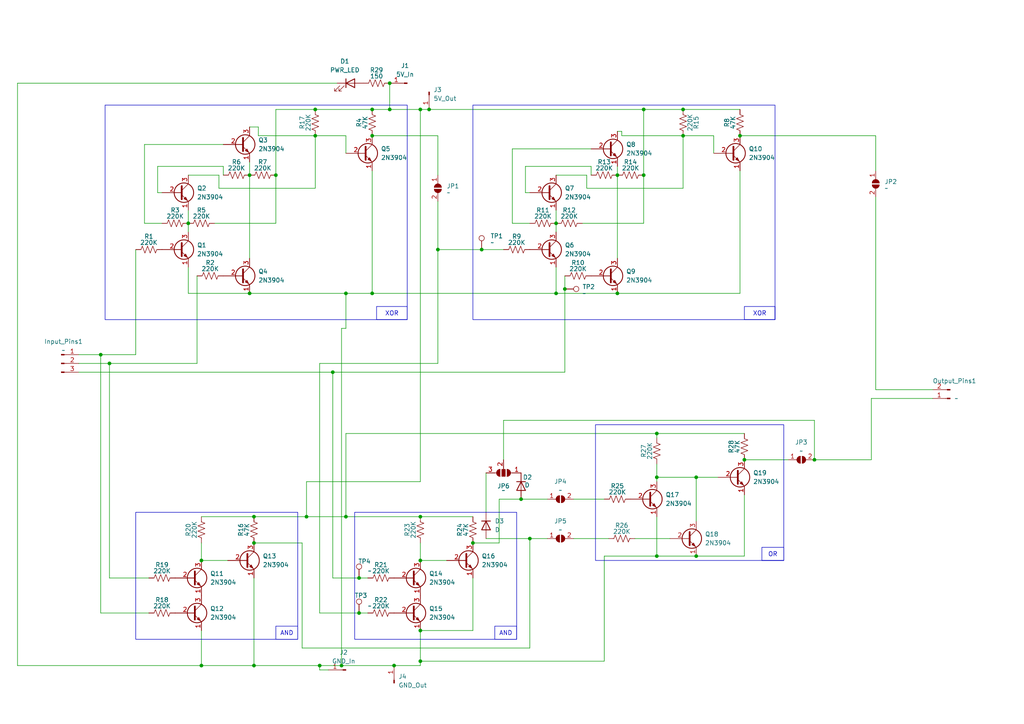
<source format=kicad_sch>
(kicad_sch
	(version 20231120)
	(generator "eeschema")
	(generator_version "8.0")
	(uuid "4e74c2aa-3410-4407-95d8-73d62854742b")
	(paper "A4")
	(title_block
		(title "1-Bit Adder")
		(date "2024-03-29")
		(rev "1.0")
	)
	(lib_symbols
		(symbol "Connector:Conn_01x01_Pin"
			(pin_names
				(offset 1.016) hide)
			(exclude_from_sim no)
			(in_bom yes)
			(on_board yes)
			(property "Reference" "J"
				(at 0 2.54 0)
				(effects
					(font
						(size 1.27 1.27)
					)
				)
			)
			(property "Value" "Conn_01x01_Pin"
				(at 0 -2.54 0)
				(effects
					(font
						(size 1.27 1.27)
					)
				)
			)
			(property "Footprint" ""
				(at 0 0 0)
				(effects
					(font
						(size 1.27 1.27)
					)
					(hide yes)
				)
			)
			(property "Datasheet" "~"
				(at 0 0 0)
				(effects
					(font
						(size 1.27 1.27)
					)
					(hide yes)
				)
			)
			(property "Description" "Generic connector, single row, 01x01, script generated"
				(at 0 0 0)
				(effects
					(font
						(size 1.27 1.27)
					)
					(hide yes)
				)
			)
			(property "ki_locked" ""
				(at 0 0 0)
				(effects
					(font
						(size 1.27 1.27)
					)
				)
			)
			(property "ki_keywords" "connector"
				(at 0 0 0)
				(effects
					(font
						(size 1.27 1.27)
					)
					(hide yes)
				)
			)
			(property "ki_fp_filters" "Connector*:*_1x??_*"
				(at 0 0 0)
				(effects
					(font
						(size 1.27 1.27)
					)
					(hide yes)
				)
			)
			(symbol "Conn_01x01_Pin_1_1"
				(polyline
					(pts
						(xy 1.27 0) (xy 0.8636 0)
					)
					(stroke
						(width 0.1524)
						(type default)
					)
					(fill
						(type none)
					)
				)
				(rectangle
					(start 0.8636 0.127)
					(end 0 -0.127)
					(stroke
						(width 0.1524)
						(type default)
					)
					(fill
						(type outline)
					)
				)
				(pin passive line
					(at 5.08 0 180)
					(length 3.81)
					(name "Pin_1"
						(effects
							(font
								(size 1.27 1.27)
							)
						)
					)
					(number "1"
						(effects
							(font
								(size 1.27 1.27)
							)
						)
					)
				)
			)
		)
		(symbol "Connector:Conn_01x02_Pin"
			(pin_names
				(offset 1.016) hide)
			(exclude_from_sim no)
			(in_bom yes)
			(on_board yes)
			(property "Reference" "J"
				(at 0 2.54 0)
				(effects
					(font
						(size 1.27 1.27)
					)
				)
			)
			(property "Value" "Conn_01x02_Pin"
				(at 0 -5.08 0)
				(effects
					(font
						(size 1.27 1.27)
					)
				)
			)
			(property "Footprint" ""
				(at 0 0 0)
				(effects
					(font
						(size 1.27 1.27)
					)
					(hide yes)
				)
			)
			(property "Datasheet" "~"
				(at 0 0 0)
				(effects
					(font
						(size 1.27 1.27)
					)
					(hide yes)
				)
			)
			(property "Description" "Generic connector, single row, 01x02, script generated"
				(at 0 0 0)
				(effects
					(font
						(size 1.27 1.27)
					)
					(hide yes)
				)
			)
			(property "ki_locked" ""
				(at 0 0 0)
				(effects
					(font
						(size 1.27 1.27)
					)
				)
			)
			(property "ki_keywords" "connector"
				(at 0 0 0)
				(effects
					(font
						(size 1.27 1.27)
					)
					(hide yes)
				)
			)
			(property "ki_fp_filters" "Connector*:*_1x??_*"
				(at 0 0 0)
				(effects
					(font
						(size 1.27 1.27)
					)
					(hide yes)
				)
			)
			(symbol "Conn_01x02_Pin_1_1"
				(polyline
					(pts
						(xy 1.27 -2.54) (xy 0.8636 -2.54)
					)
					(stroke
						(width 0.1524)
						(type default)
					)
					(fill
						(type none)
					)
				)
				(polyline
					(pts
						(xy 1.27 0) (xy 0.8636 0)
					)
					(stroke
						(width 0.1524)
						(type default)
					)
					(fill
						(type none)
					)
				)
				(rectangle
					(start 0.8636 -2.413)
					(end 0 -2.667)
					(stroke
						(width 0.1524)
						(type default)
					)
					(fill
						(type outline)
					)
				)
				(rectangle
					(start 0.8636 0.127)
					(end 0 -0.127)
					(stroke
						(width 0.1524)
						(type default)
					)
					(fill
						(type outline)
					)
				)
				(pin passive line
					(at 5.08 0 180)
					(length 3.81)
					(name "Pin_1"
						(effects
							(font
								(size 1.27 1.27)
							)
						)
					)
					(number "1"
						(effects
							(font
								(size 1.27 1.27)
							)
						)
					)
				)
				(pin passive line
					(at 5.08 -2.54 180)
					(length 3.81)
					(name "Pin_2"
						(effects
							(font
								(size 1.27 1.27)
							)
						)
					)
					(number "2"
						(effects
							(font
								(size 1.27 1.27)
							)
						)
					)
				)
			)
		)
		(symbol "Connector:Conn_01x03_Pin"
			(pin_names
				(offset 1.016) hide)
			(exclude_from_sim no)
			(in_bom yes)
			(on_board yes)
			(property "Reference" "J"
				(at 0 5.08 0)
				(effects
					(font
						(size 1.27 1.27)
					)
				)
			)
			(property "Value" "Conn_01x03_Pin"
				(at 0 -5.08 0)
				(effects
					(font
						(size 1.27 1.27)
					)
				)
			)
			(property "Footprint" ""
				(at 0 0 0)
				(effects
					(font
						(size 1.27 1.27)
					)
					(hide yes)
				)
			)
			(property "Datasheet" "~"
				(at 0 0 0)
				(effects
					(font
						(size 1.27 1.27)
					)
					(hide yes)
				)
			)
			(property "Description" "Generic connector, single row, 01x03, script generated"
				(at 0 0 0)
				(effects
					(font
						(size 1.27 1.27)
					)
					(hide yes)
				)
			)
			(property "ki_locked" ""
				(at 0 0 0)
				(effects
					(font
						(size 1.27 1.27)
					)
				)
			)
			(property "ki_keywords" "connector"
				(at 0 0 0)
				(effects
					(font
						(size 1.27 1.27)
					)
					(hide yes)
				)
			)
			(property "ki_fp_filters" "Connector*:*_1x??_*"
				(at 0 0 0)
				(effects
					(font
						(size 1.27 1.27)
					)
					(hide yes)
				)
			)
			(symbol "Conn_01x03_Pin_1_1"
				(polyline
					(pts
						(xy 1.27 -2.54) (xy 0.8636 -2.54)
					)
					(stroke
						(width 0.1524)
						(type default)
					)
					(fill
						(type none)
					)
				)
				(polyline
					(pts
						(xy 1.27 0) (xy 0.8636 0)
					)
					(stroke
						(width 0.1524)
						(type default)
					)
					(fill
						(type none)
					)
				)
				(polyline
					(pts
						(xy 1.27 2.54) (xy 0.8636 2.54)
					)
					(stroke
						(width 0.1524)
						(type default)
					)
					(fill
						(type none)
					)
				)
				(rectangle
					(start 0.8636 -2.413)
					(end 0 -2.667)
					(stroke
						(width 0.1524)
						(type default)
					)
					(fill
						(type outline)
					)
				)
				(rectangle
					(start 0.8636 0.127)
					(end 0 -0.127)
					(stroke
						(width 0.1524)
						(type default)
					)
					(fill
						(type outline)
					)
				)
				(rectangle
					(start 0.8636 2.667)
					(end 0 2.413)
					(stroke
						(width 0.1524)
						(type default)
					)
					(fill
						(type outline)
					)
				)
				(pin passive line
					(at 5.08 2.54 180)
					(length 3.81)
					(name "Pin_1"
						(effects
							(font
								(size 1.27 1.27)
							)
						)
					)
					(number "1"
						(effects
							(font
								(size 1.27 1.27)
							)
						)
					)
				)
				(pin passive line
					(at 5.08 0 180)
					(length 3.81)
					(name "Pin_2"
						(effects
							(font
								(size 1.27 1.27)
							)
						)
					)
					(number "2"
						(effects
							(font
								(size 1.27 1.27)
							)
						)
					)
				)
				(pin passive line
					(at 5.08 -2.54 180)
					(length 3.81)
					(name "Pin_3"
						(effects
							(font
								(size 1.27 1.27)
							)
						)
					)
					(number "3"
						(effects
							(font
								(size 1.27 1.27)
							)
						)
					)
				)
			)
		)
		(symbol "Connector:TestPoint"
			(pin_numbers hide)
			(pin_names
				(offset 0.762) hide)
			(exclude_from_sim no)
			(in_bom yes)
			(on_board yes)
			(property "Reference" "TP"
				(at 0 6.858 0)
				(effects
					(font
						(size 1.27 1.27)
					)
				)
			)
			(property "Value" "TestPoint"
				(at 0 5.08 0)
				(effects
					(font
						(size 1.27 1.27)
					)
				)
			)
			(property "Footprint" ""
				(at 5.08 0 0)
				(effects
					(font
						(size 1.27 1.27)
					)
					(hide yes)
				)
			)
			(property "Datasheet" "~"
				(at 5.08 0 0)
				(effects
					(font
						(size 1.27 1.27)
					)
					(hide yes)
				)
			)
			(property "Description" "test point"
				(at 0 0 0)
				(effects
					(font
						(size 1.27 1.27)
					)
					(hide yes)
				)
			)
			(property "ki_keywords" "test point tp"
				(at 0 0 0)
				(effects
					(font
						(size 1.27 1.27)
					)
					(hide yes)
				)
			)
			(property "ki_fp_filters" "Pin* Test*"
				(at 0 0 0)
				(effects
					(font
						(size 1.27 1.27)
					)
					(hide yes)
				)
			)
			(symbol "TestPoint_0_1"
				(circle
					(center 0 3.302)
					(radius 0.762)
					(stroke
						(width 0)
						(type default)
					)
					(fill
						(type none)
					)
				)
			)
			(symbol "TestPoint_1_1"
				(pin passive line
					(at 0 0 90)
					(length 2.54)
					(name "1"
						(effects
							(font
								(size 1.27 1.27)
							)
						)
					)
					(number "1"
						(effects
							(font
								(size 1.27 1.27)
							)
						)
					)
				)
			)
		)
		(symbol "Device:D"
			(pin_numbers hide)
			(pin_names
				(offset 1.016) hide)
			(exclude_from_sim no)
			(in_bom yes)
			(on_board yes)
			(property "Reference" "D"
				(at 0 2.54 0)
				(effects
					(font
						(size 1.27 1.27)
					)
				)
			)
			(property "Value" "D"
				(at 0 -2.54 0)
				(effects
					(font
						(size 1.27 1.27)
					)
				)
			)
			(property "Footprint" ""
				(at 0 0 0)
				(effects
					(font
						(size 1.27 1.27)
					)
					(hide yes)
				)
			)
			(property "Datasheet" "~"
				(at 0 0 0)
				(effects
					(font
						(size 1.27 1.27)
					)
					(hide yes)
				)
			)
			(property "Description" "Diode"
				(at 0 0 0)
				(effects
					(font
						(size 1.27 1.27)
					)
					(hide yes)
				)
			)
			(property "Sim.Device" "D"
				(at 0 0 0)
				(effects
					(font
						(size 1.27 1.27)
					)
					(hide yes)
				)
			)
			(property "Sim.Pins" "1=K 2=A"
				(at 0 0 0)
				(effects
					(font
						(size 1.27 1.27)
					)
					(hide yes)
				)
			)
			(property "ki_keywords" "diode"
				(at 0 0 0)
				(effects
					(font
						(size 1.27 1.27)
					)
					(hide yes)
				)
			)
			(property "ki_fp_filters" "TO-???* *_Diode_* *SingleDiode* D_*"
				(at 0 0 0)
				(effects
					(font
						(size 1.27 1.27)
					)
					(hide yes)
				)
			)
			(symbol "D_0_1"
				(polyline
					(pts
						(xy -1.27 1.27) (xy -1.27 -1.27)
					)
					(stroke
						(width 0.254)
						(type default)
					)
					(fill
						(type none)
					)
				)
				(polyline
					(pts
						(xy 1.27 0) (xy -1.27 0)
					)
					(stroke
						(width 0)
						(type default)
					)
					(fill
						(type none)
					)
				)
				(polyline
					(pts
						(xy 1.27 1.27) (xy 1.27 -1.27) (xy -1.27 0) (xy 1.27 1.27)
					)
					(stroke
						(width 0.254)
						(type default)
					)
					(fill
						(type none)
					)
				)
			)
			(symbol "D_1_1"
				(pin passive line
					(at -3.81 0 0)
					(length 2.54)
					(name "K"
						(effects
							(font
								(size 1.27 1.27)
							)
						)
					)
					(number "1"
						(effects
							(font
								(size 1.27 1.27)
							)
						)
					)
				)
				(pin passive line
					(at 3.81 0 180)
					(length 2.54)
					(name "A"
						(effects
							(font
								(size 1.27 1.27)
							)
						)
					)
					(number "2"
						(effects
							(font
								(size 1.27 1.27)
							)
						)
					)
				)
			)
		)
		(symbol "Device:LED"
			(pin_numbers hide)
			(pin_names
				(offset 1.016) hide)
			(exclude_from_sim no)
			(in_bom yes)
			(on_board yes)
			(property "Reference" "D"
				(at 0 2.54 0)
				(effects
					(font
						(size 1.27 1.27)
					)
				)
			)
			(property "Value" "LED"
				(at 0 -2.54 0)
				(effects
					(font
						(size 1.27 1.27)
					)
				)
			)
			(property "Footprint" ""
				(at 0 0 0)
				(effects
					(font
						(size 1.27 1.27)
					)
					(hide yes)
				)
			)
			(property "Datasheet" "~"
				(at 0 0 0)
				(effects
					(font
						(size 1.27 1.27)
					)
					(hide yes)
				)
			)
			(property "Description" "Light emitting diode"
				(at 0 0 0)
				(effects
					(font
						(size 1.27 1.27)
					)
					(hide yes)
				)
			)
			(property "ki_keywords" "LED diode"
				(at 0 0 0)
				(effects
					(font
						(size 1.27 1.27)
					)
					(hide yes)
				)
			)
			(property "ki_fp_filters" "LED* LED_SMD:* LED_THT:*"
				(at 0 0 0)
				(effects
					(font
						(size 1.27 1.27)
					)
					(hide yes)
				)
			)
			(symbol "LED_0_1"
				(polyline
					(pts
						(xy -1.27 -1.27) (xy -1.27 1.27)
					)
					(stroke
						(width 0.254)
						(type default)
					)
					(fill
						(type none)
					)
				)
				(polyline
					(pts
						(xy -1.27 0) (xy 1.27 0)
					)
					(stroke
						(width 0)
						(type default)
					)
					(fill
						(type none)
					)
				)
				(polyline
					(pts
						(xy 1.27 -1.27) (xy 1.27 1.27) (xy -1.27 0) (xy 1.27 -1.27)
					)
					(stroke
						(width 0.254)
						(type default)
					)
					(fill
						(type none)
					)
				)
				(polyline
					(pts
						(xy -3.048 -0.762) (xy -4.572 -2.286) (xy -3.81 -2.286) (xy -4.572 -2.286) (xy -4.572 -1.524)
					)
					(stroke
						(width 0)
						(type default)
					)
					(fill
						(type none)
					)
				)
				(polyline
					(pts
						(xy -1.778 -0.762) (xy -3.302 -2.286) (xy -2.54 -2.286) (xy -3.302 -2.286) (xy -3.302 -1.524)
					)
					(stroke
						(width 0)
						(type default)
					)
					(fill
						(type none)
					)
				)
			)
			(symbol "LED_1_1"
				(pin passive line
					(at -3.81 0 0)
					(length 2.54)
					(name "K"
						(effects
							(font
								(size 1.27 1.27)
							)
						)
					)
					(number "1"
						(effects
							(font
								(size 1.27 1.27)
							)
						)
					)
				)
				(pin passive line
					(at 3.81 0 180)
					(length 2.54)
					(name "A"
						(effects
							(font
								(size 1.27 1.27)
							)
						)
					)
					(number "2"
						(effects
							(font
								(size 1.27 1.27)
							)
						)
					)
				)
			)
		)
		(symbol "Device:R_US"
			(pin_numbers hide)
			(pin_names
				(offset 0)
			)
			(exclude_from_sim no)
			(in_bom yes)
			(on_board yes)
			(property "Reference" "R"
				(at 2.54 0 90)
				(effects
					(font
						(size 1.27 1.27)
					)
				)
			)
			(property "Value" "R_US"
				(at -2.54 0 90)
				(effects
					(font
						(size 1.27 1.27)
					)
				)
			)
			(property "Footprint" ""
				(at 1.016 -0.254 90)
				(effects
					(font
						(size 1.27 1.27)
					)
					(hide yes)
				)
			)
			(property "Datasheet" "~"
				(at 0 0 0)
				(effects
					(font
						(size 1.27 1.27)
					)
					(hide yes)
				)
			)
			(property "Description" "Resistor, US symbol"
				(at 0 0 0)
				(effects
					(font
						(size 1.27 1.27)
					)
					(hide yes)
				)
			)
			(property "ki_keywords" "R res resistor"
				(at 0 0 0)
				(effects
					(font
						(size 1.27 1.27)
					)
					(hide yes)
				)
			)
			(property "ki_fp_filters" "R_*"
				(at 0 0 0)
				(effects
					(font
						(size 1.27 1.27)
					)
					(hide yes)
				)
			)
			(symbol "R_US_0_1"
				(polyline
					(pts
						(xy 0 -2.286) (xy 0 -2.54)
					)
					(stroke
						(width 0)
						(type default)
					)
					(fill
						(type none)
					)
				)
				(polyline
					(pts
						(xy 0 2.286) (xy 0 2.54)
					)
					(stroke
						(width 0)
						(type default)
					)
					(fill
						(type none)
					)
				)
				(polyline
					(pts
						(xy 0 -0.762) (xy 1.016 -1.143) (xy 0 -1.524) (xy -1.016 -1.905) (xy 0 -2.286)
					)
					(stroke
						(width 0)
						(type default)
					)
					(fill
						(type none)
					)
				)
				(polyline
					(pts
						(xy 0 0.762) (xy 1.016 0.381) (xy 0 0) (xy -1.016 -0.381) (xy 0 -0.762)
					)
					(stroke
						(width 0)
						(type default)
					)
					(fill
						(type none)
					)
				)
				(polyline
					(pts
						(xy 0 2.286) (xy 1.016 1.905) (xy 0 1.524) (xy -1.016 1.143) (xy 0 0.762)
					)
					(stroke
						(width 0)
						(type default)
					)
					(fill
						(type none)
					)
				)
			)
			(symbol "R_US_1_1"
				(pin passive line
					(at 0 3.81 270)
					(length 1.27)
					(name "~"
						(effects
							(font
								(size 1.27 1.27)
							)
						)
					)
					(number "1"
						(effects
							(font
								(size 1.27 1.27)
							)
						)
					)
				)
				(pin passive line
					(at 0 -3.81 90)
					(length 1.27)
					(name "~"
						(effects
							(font
								(size 1.27 1.27)
							)
						)
					)
					(number "2"
						(effects
							(font
								(size 1.27 1.27)
							)
						)
					)
				)
			)
		)
		(symbol "Jumper:SolderJumper_2_Open"
			(pin_names
				(offset 0) hide)
			(exclude_from_sim no)
			(in_bom yes)
			(on_board yes)
			(property "Reference" "JP"
				(at 0 2.032 0)
				(effects
					(font
						(size 1.27 1.27)
					)
				)
			)
			(property "Value" "SolderJumper_2_Open"
				(at 0 -2.54 0)
				(effects
					(font
						(size 1.27 1.27)
					)
				)
			)
			(property "Footprint" ""
				(at 0 0 0)
				(effects
					(font
						(size 1.27 1.27)
					)
					(hide yes)
				)
			)
			(property "Datasheet" "~"
				(at 0 0 0)
				(effects
					(font
						(size 1.27 1.27)
					)
					(hide yes)
				)
			)
			(property "Description" "Solder Jumper, 2-pole, open"
				(at 0 0 0)
				(effects
					(font
						(size 1.27 1.27)
					)
					(hide yes)
				)
			)
			(property "ki_keywords" "solder jumper SPST"
				(at 0 0 0)
				(effects
					(font
						(size 1.27 1.27)
					)
					(hide yes)
				)
			)
			(property "ki_fp_filters" "SolderJumper*Open*"
				(at 0 0 0)
				(effects
					(font
						(size 1.27 1.27)
					)
					(hide yes)
				)
			)
			(symbol "SolderJumper_2_Open_0_1"
				(arc
					(start -0.254 1.016)
					(mid -1.2656 0)
					(end -0.254 -1.016)
					(stroke
						(width 0)
						(type default)
					)
					(fill
						(type none)
					)
				)
				(arc
					(start -0.254 1.016)
					(mid -1.2656 0)
					(end -0.254 -1.016)
					(stroke
						(width 0)
						(type default)
					)
					(fill
						(type outline)
					)
				)
				(polyline
					(pts
						(xy -0.254 1.016) (xy -0.254 -1.016)
					)
					(stroke
						(width 0)
						(type default)
					)
					(fill
						(type none)
					)
				)
				(polyline
					(pts
						(xy 0.254 1.016) (xy 0.254 -1.016)
					)
					(stroke
						(width 0)
						(type default)
					)
					(fill
						(type none)
					)
				)
				(arc
					(start 0.254 -1.016)
					(mid 1.2656 0)
					(end 0.254 1.016)
					(stroke
						(width 0)
						(type default)
					)
					(fill
						(type none)
					)
				)
				(arc
					(start 0.254 -1.016)
					(mid 1.2656 0)
					(end 0.254 1.016)
					(stroke
						(width 0)
						(type default)
					)
					(fill
						(type outline)
					)
				)
			)
			(symbol "SolderJumper_2_Open_1_1"
				(pin passive line
					(at -3.81 0 0)
					(length 2.54)
					(name "A"
						(effects
							(font
								(size 1.27 1.27)
							)
						)
					)
					(number "1"
						(effects
							(font
								(size 1.27 1.27)
							)
						)
					)
				)
				(pin passive line
					(at 3.81 0 180)
					(length 2.54)
					(name "B"
						(effects
							(font
								(size 1.27 1.27)
							)
						)
					)
					(number "2"
						(effects
							(font
								(size 1.27 1.27)
							)
						)
					)
				)
			)
		)
		(symbol "Jumper:SolderJumper_3_Open"
			(pin_names
				(offset 0) hide)
			(exclude_from_sim no)
			(in_bom yes)
			(on_board yes)
			(property "Reference" "JP"
				(at -2.54 -2.54 0)
				(effects
					(font
						(size 1.27 1.27)
					)
				)
			)
			(property "Value" "SolderJumper_3_Open"
				(at 0 2.794 0)
				(effects
					(font
						(size 1.27 1.27)
					)
				)
			)
			(property "Footprint" ""
				(at 0 0 0)
				(effects
					(font
						(size 1.27 1.27)
					)
					(hide yes)
				)
			)
			(property "Datasheet" "~"
				(at 0 0 0)
				(effects
					(font
						(size 1.27 1.27)
					)
					(hide yes)
				)
			)
			(property "Description" "Solder Jumper, 3-pole, open"
				(at 0 0 0)
				(effects
					(font
						(size 1.27 1.27)
					)
					(hide yes)
				)
			)
			(property "ki_keywords" "Solder Jumper SPDT"
				(at 0 0 0)
				(effects
					(font
						(size 1.27 1.27)
					)
					(hide yes)
				)
			)
			(property "ki_fp_filters" "SolderJumper*Open*"
				(at 0 0 0)
				(effects
					(font
						(size 1.27 1.27)
					)
					(hide yes)
				)
			)
			(symbol "SolderJumper_3_Open_0_1"
				(arc
					(start -1.016 1.016)
					(mid -2.0276 0)
					(end -1.016 -1.016)
					(stroke
						(width 0)
						(type default)
					)
					(fill
						(type none)
					)
				)
				(arc
					(start -1.016 1.016)
					(mid -2.0276 0)
					(end -1.016 -1.016)
					(stroke
						(width 0)
						(type default)
					)
					(fill
						(type outline)
					)
				)
				(rectangle
					(start -0.508 1.016)
					(end 0.508 -1.016)
					(stroke
						(width 0)
						(type default)
					)
					(fill
						(type outline)
					)
				)
				(polyline
					(pts
						(xy -2.54 0) (xy -2.032 0)
					)
					(stroke
						(width 0)
						(type default)
					)
					(fill
						(type none)
					)
				)
				(polyline
					(pts
						(xy -1.016 1.016) (xy -1.016 -1.016)
					)
					(stroke
						(width 0)
						(type default)
					)
					(fill
						(type none)
					)
				)
				(polyline
					(pts
						(xy 0 -1.27) (xy 0 -1.016)
					)
					(stroke
						(width 0)
						(type default)
					)
					(fill
						(type none)
					)
				)
				(polyline
					(pts
						(xy 1.016 1.016) (xy 1.016 -1.016)
					)
					(stroke
						(width 0)
						(type default)
					)
					(fill
						(type none)
					)
				)
				(polyline
					(pts
						(xy 2.54 0) (xy 2.032 0)
					)
					(stroke
						(width 0)
						(type default)
					)
					(fill
						(type none)
					)
				)
				(arc
					(start 1.016 -1.016)
					(mid 2.0276 0)
					(end 1.016 1.016)
					(stroke
						(width 0)
						(type default)
					)
					(fill
						(type none)
					)
				)
				(arc
					(start 1.016 -1.016)
					(mid 2.0276 0)
					(end 1.016 1.016)
					(stroke
						(width 0)
						(type default)
					)
					(fill
						(type outline)
					)
				)
			)
			(symbol "SolderJumper_3_Open_1_1"
				(pin passive line
					(at -5.08 0 0)
					(length 2.54)
					(name "A"
						(effects
							(font
								(size 1.27 1.27)
							)
						)
					)
					(number "1"
						(effects
							(font
								(size 1.27 1.27)
							)
						)
					)
				)
				(pin passive line
					(at 0 -3.81 90)
					(length 2.54)
					(name "C"
						(effects
							(font
								(size 1.27 1.27)
							)
						)
					)
					(number "2"
						(effects
							(font
								(size 1.27 1.27)
							)
						)
					)
				)
				(pin passive line
					(at 5.08 0 180)
					(length 2.54)
					(name "B"
						(effects
							(font
								(size 1.27 1.27)
							)
						)
					)
					(number "3"
						(effects
							(font
								(size 1.27 1.27)
							)
						)
					)
				)
			)
		)
		(symbol "Transistor_BJT:2N3904"
			(pin_names
				(offset 0) hide)
			(exclude_from_sim no)
			(in_bom yes)
			(on_board yes)
			(property "Reference" "Q"
				(at 5.08 1.905 0)
				(effects
					(font
						(size 1.27 1.27)
					)
					(justify left)
				)
			)
			(property "Value" "2N3904"
				(at 5.08 0 0)
				(effects
					(font
						(size 1.27 1.27)
					)
					(justify left)
				)
			)
			(property "Footprint" "Package_TO_SOT_THT:TO-92_Inline"
				(at 5.08 -1.905 0)
				(effects
					(font
						(size 1.27 1.27)
						(italic yes)
					)
					(justify left)
					(hide yes)
				)
			)
			(property "Datasheet" "https://www.onsemi.com/pub/Collateral/2N3903-D.PDF"
				(at 0 0 0)
				(effects
					(font
						(size 1.27 1.27)
					)
					(justify left)
					(hide yes)
				)
			)
			(property "Description" "0.2A Ic, 40V Vce, Small Signal NPN Transistor, TO-92"
				(at 0 0 0)
				(effects
					(font
						(size 1.27 1.27)
					)
					(hide yes)
				)
			)
			(property "ki_keywords" "NPN Transistor"
				(at 0 0 0)
				(effects
					(font
						(size 1.27 1.27)
					)
					(hide yes)
				)
			)
			(property "ki_fp_filters" "TO?92*"
				(at 0 0 0)
				(effects
					(font
						(size 1.27 1.27)
					)
					(hide yes)
				)
			)
			(symbol "2N3904_0_1"
				(polyline
					(pts
						(xy 0.635 0.635) (xy 2.54 2.54)
					)
					(stroke
						(width 0)
						(type default)
					)
					(fill
						(type none)
					)
				)
				(polyline
					(pts
						(xy 0.635 -0.635) (xy 2.54 -2.54) (xy 2.54 -2.54)
					)
					(stroke
						(width 0)
						(type default)
					)
					(fill
						(type none)
					)
				)
				(polyline
					(pts
						(xy 0.635 1.905) (xy 0.635 -1.905) (xy 0.635 -1.905)
					)
					(stroke
						(width 0.508)
						(type default)
					)
					(fill
						(type none)
					)
				)
				(polyline
					(pts
						(xy 1.27 -1.778) (xy 1.778 -1.27) (xy 2.286 -2.286) (xy 1.27 -1.778) (xy 1.27 -1.778)
					)
					(stroke
						(width 0)
						(type default)
					)
					(fill
						(type outline)
					)
				)
				(circle
					(center 1.27 0)
					(radius 2.8194)
					(stroke
						(width 0.254)
						(type default)
					)
					(fill
						(type none)
					)
				)
			)
			(symbol "2N3904_1_1"
				(pin passive line
					(at 2.54 -5.08 90)
					(length 2.54)
					(name "E"
						(effects
							(font
								(size 1.27 1.27)
							)
						)
					)
					(number "1"
						(effects
							(font
								(size 1.27 1.27)
							)
						)
					)
				)
				(pin passive line
					(at -5.08 0 0)
					(length 5.715)
					(name "B"
						(effects
							(font
								(size 1.27 1.27)
							)
						)
					)
					(number "2"
						(effects
							(font
								(size 1.27 1.27)
							)
						)
					)
				)
				(pin passive line
					(at 2.54 5.08 270)
					(length 2.54)
					(name "C"
						(effects
							(font
								(size 1.27 1.27)
							)
						)
					)
					(number "3"
						(effects
							(font
								(size 1.27 1.27)
							)
						)
					)
				)
			)
		)
	)
	(junction
		(at 58.42 193.04)
		(diameter 0)
		(color 0 0 0 0)
		(uuid "0456928b-2fe2-40e5-aad4-e1f56a312da5")
	)
	(junction
		(at 54.61 64.77)
		(diameter 0)
		(color 0 0 0 0)
		(uuid "06416571-0ecf-4cdb-aa95-498fc40b9044")
	)
	(junction
		(at 124.46 31.75)
		(diameter 0)
		(color 0 0 0 0)
		(uuid "123a70ad-79cc-440d-9a80-ba628ec5bb4e")
	)
	(junction
		(at 127 72.39)
		(diameter 0)
		(color 0 0 0 0)
		(uuid "133ade90-a981-40d5-9f88-75c7472ed1ba")
	)
	(junction
		(at 107.95 39.37)
		(diameter 0)
		(color 0 0 0 0)
		(uuid "13544412-6f12-48e9-a894-d263ddd8e457")
	)
	(junction
		(at 179.07 85.09)
		(diameter 0)
		(color 0 0 0 0)
		(uuid "145b0c3b-54ec-46ca-9d84-cea0933d0732")
	)
	(junction
		(at 214.63 39.37)
		(diameter 0)
		(color 0 0 0 0)
		(uuid "19a434c8-b2d9-490d-a753-c55136fdb96f")
	)
	(junction
		(at 80.01 50.8)
		(diameter 0)
		(color 0 0 0 0)
		(uuid "1ba12dd6-c77e-4092-8d5c-c3bb2283fc57")
	)
	(junction
		(at 121.92 182.88)
		(diameter 0)
		(color 0 0 0 0)
		(uuid "1d164d71-2adf-4f72-995d-47122f2998a8")
	)
	(junction
		(at 91.44 31.75)
		(diameter 0)
		(color 0 0 0 0)
		(uuid "1e56091d-e403-4d0a-bc73-3e705b855e59")
	)
	(junction
		(at 114.3 193.04)
		(diameter 0)
		(color 0 0 0 0)
		(uuid "3c5de776-4e86-4691-b6ac-6856dc73dced")
	)
	(junction
		(at 104.14 177.8)
		(diameter 0)
		(color 0 0 0 0)
		(uuid "3f23c806-2321-4cf1-8e8f-c2ccf9c192f7")
	)
	(junction
		(at 121.92 149.86)
		(diameter 0)
		(color 0 0 0 0)
		(uuid "4027dbe2-c123-4481-88a5-3f205bad022a")
	)
	(junction
		(at 107.95 31.75)
		(diameter 0)
		(color 0 0 0 0)
		(uuid "432ed6ea-fb56-46a3-88c1-e89faed1c87c")
	)
	(junction
		(at 190.5 138.43)
		(diameter 0)
		(color 0 0 0 0)
		(uuid "471dbd09-eb49-428c-b520-a06ab32ffe66")
	)
	(junction
		(at 198.12 31.75)
		(diameter 0)
		(color 0 0 0 0)
		(uuid "551a7320-e5b2-4c55-9732-a7b89c8f9ee5")
	)
	(junction
		(at 186.69 50.8)
		(diameter 0)
		(color 0 0 0 0)
		(uuid "5572fa40-3bc3-42b1-bda1-cd6881ea39af")
	)
	(junction
		(at 190.5 125.73)
		(diameter 0)
		(color 0 0 0 0)
		(uuid "598a3eb2-2f2b-440d-9eb5-68ced9387982")
	)
	(junction
		(at 121.92 31.75)
		(diameter 0)
		(color 0 0 0 0)
		(uuid "5bd6ea70-e285-4963-9339-ac09b4ca260f")
	)
	(junction
		(at 92.71 193.04)
		(diameter 0)
		(color 0 0 0 0)
		(uuid "5f7a16f5-cf7a-4130-99df-89c11e92e935")
	)
	(junction
		(at 96.52 107.95)
		(diameter 0)
		(color 0 0 0 0)
		(uuid "63e21e4c-a37c-42fd-8a8b-b0d89a410c95")
	)
	(junction
		(at 31.75 105.41)
		(diameter 0)
		(color 0 0 0 0)
		(uuid "6808bca8-33ba-4770-a5bc-f1aaebc758d5")
	)
	(junction
		(at 121.92 162.56)
		(diameter 0)
		(color 0 0 0 0)
		(uuid "6a574674-ca9c-43c4-9de9-95eb7d4e3f84")
	)
	(junction
		(at 100.33 149.86)
		(diameter 0)
		(color 0 0 0 0)
		(uuid "713384b9-ae22-4ae2-bcc1-74e478c4be9e")
	)
	(junction
		(at 151.13 144.78)
		(diameter 0)
		(color 0 0 0 0)
		(uuid "753e3ee2-3379-4047-923d-3b12384ae0a0")
	)
	(junction
		(at 91.44 39.37)
		(diameter 0)
		(color 0 0 0 0)
		(uuid "8103c5f9-6c5f-4798-b40d-348f77e08358")
	)
	(junction
		(at 100.33 85.09)
		(diameter 0)
		(color 0 0 0 0)
		(uuid "878b4eda-5ec8-4151-889e-2bdcf2e95daa")
	)
	(junction
		(at 113.03 31.75)
		(diameter 0)
		(color 0 0 0 0)
		(uuid "87bd7e66-1d6e-47a6-90f3-760987378834")
	)
	(junction
		(at 153.67 156.21)
		(diameter 0)
		(color 0 0 0 0)
		(uuid "8b674d93-7f53-4f46-9277-2a2c2041347b")
	)
	(junction
		(at 73.66 193.04)
		(diameter 0)
		(color 0 0 0 0)
		(uuid "8da4e213-0bb2-473a-b589-a67a31bbcc62")
	)
	(junction
		(at 88.9 149.86)
		(diameter 0)
		(color 0 0 0 0)
		(uuid "8fe2939c-efa9-42d6-a9ac-d002028bb069")
	)
	(junction
		(at 161.29 85.09)
		(diameter 0)
		(color 0 0 0 0)
		(uuid "9a224719-cd9a-4689-9464-52ac4009147a")
	)
	(junction
		(at 139.7 72.39)
		(diameter 0)
		(color 0 0 0 0)
		(uuid "aabad6df-eb22-467d-bfbd-f3b00ffc20c3")
	)
	(junction
		(at 72.39 50.8)
		(diameter 0)
		(color 0 0 0 0)
		(uuid "b759c56f-656a-4100-91b2-b30f249c7812")
	)
	(junction
		(at 121.92 191.77)
		(diameter 0)
		(color 0 0 0 0)
		(uuid "bb3c910b-94e5-4a8f-907f-a42033b00e3d")
	)
	(junction
		(at 107.95 85.09)
		(diameter 0)
		(color 0 0 0 0)
		(uuid "bc43b56d-c164-43a3-b27e-83602c988880")
	)
	(junction
		(at 161.29 64.77)
		(diameter 0)
		(color 0 0 0 0)
		(uuid "bf1c94d4-dc45-48e3-bf7d-50be2904069b")
	)
	(junction
		(at 201.93 138.43)
		(diameter 0)
		(color 0 0 0 0)
		(uuid "bf2139d9-66f7-4287-a8a8-1cde7be010ee")
	)
	(junction
		(at 73.66 157.48)
		(diameter 0)
		(color 0 0 0 0)
		(uuid "c373004d-54ad-47ad-a888-c4df2579a7cd")
	)
	(junction
		(at 73.66 149.86)
		(diameter 0)
		(color 0 0 0 0)
		(uuid "c552e045-a0ac-4808-aa56-e9bff340fd1c")
	)
	(junction
		(at 236.22 133.35)
		(diameter 0)
		(color 0 0 0 0)
		(uuid "c9c80fe6-5f1f-4e1c-b380-db6d86af5c9d")
	)
	(junction
		(at 58.42 162.56)
		(diameter 0)
		(color 0 0 0 0)
		(uuid "ce78eb41-a17b-4cff-83c8-0f70670bb8a6")
	)
	(junction
		(at 72.39 85.09)
		(diameter 0)
		(color 0 0 0 0)
		(uuid "d58d3b85-c123-4813-b4b6-671661d8a25f")
	)
	(junction
		(at 190.5 161.29)
		(diameter 0)
		(color 0 0 0 0)
		(uuid "d94798df-c502-4555-ae1a-afa691297af7")
	)
	(junction
		(at 99.06 193.04)
		(diameter 0)
		(color 0 0 0 0)
		(uuid "df4d7c99-4604-47f8-a545-901deafbb6f7")
	)
	(junction
		(at 201.93 161.29)
		(diameter 0)
		(color 0 0 0 0)
		(uuid "e02fb58c-89b3-43ba-aca0-c3ca3d20fe70")
	)
	(junction
		(at 179.07 50.8)
		(diameter 0)
		(color 0 0 0 0)
		(uuid "e2060199-a649-41d0-852a-1eda0ef6e095")
	)
	(junction
		(at 163.83 83.82)
		(diameter 0)
		(color 0 0 0 0)
		(uuid "e47f79cd-9eee-4126-8ecf-959e247e555f")
	)
	(junction
		(at 104.14 167.64)
		(diameter 0)
		(color 0 0 0 0)
		(uuid "e7d99f11-9748-45c3-a072-889e9f3eec01")
	)
	(junction
		(at 29.21 102.87)
		(diameter 0)
		(color 0 0 0 0)
		(uuid "e8002d23-7f45-4b59-b7a3-e8d16344e45c")
	)
	(junction
		(at 215.9 133.35)
		(diameter 0)
		(color 0 0 0 0)
		(uuid "e99f3e23-c710-49f3-a349-69c88c6bf34c")
	)
	(junction
		(at 198.12 39.37)
		(diameter 0)
		(color 0 0 0 0)
		(uuid "ebf260ba-bd9b-4f57-861f-c44fb780a18b")
	)
	(junction
		(at 186.69 31.75)
		(diameter 0)
		(color 0 0 0 0)
		(uuid "ee315325-9546-4b94-b016-ce527a81785c")
	)
	(junction
		(at 113.03 24.13)
		(diameter 0)
		(color 0 0 0 0)
		(uuid "fcb3ccb6-ad46-4b96-a6e9-e5aeffd9b3e1")
	)
	(junction
		(at 137.16 157.48)
		(diameter 0)
		(color 0 0 0 0)
		(uuid "fdf3e223-2ec7-409e-9709-f05cf029abd8")
	)
	(wire
		(pts
			(xy 74.93 36.83) (xy 72.39 36.83)
		)
		(stroke
			(width 0)
			(type default)
		)
		(uuid "027a0028-251f-4b58-96ef-2ff66fcc9807")
	)
	(wire
		(pts
			(xy 57.15 105.41) (xy 31.75 105.41)
		)
		(stroke
			(width 0)
			(type default)
		)
		(uuid "03136a73-a12a-479a-b0a7-a5297b19a74f")
	)
	(wire
		(pts
			(xy 31.75 167.64) (xy 31.75 105.41)
		)
		(stroke
			(width 0)
			(type default)
		)
		(uuid "03663c48-3636-4cb4-96e0-f17f0e02e688")
	)
	(wire
		(pts
			(xy 92.71 105.41) (xy 92.71 177.8)
		)
		(stroke
			(width 0)
			(type default)
		)
		(uuid "05f1a048-c001-4e08-b7dd-86578e313a0c")
	)
	(wire
		(pts
			(xy 72.39 85.09) (xy 100.33 85.09)
		)
		(stroke
			(width 0)
			(type default)
		)
		(uuid "066d7e4b-bc5f-403a-9d2e-9c9a06f79894")
	)
	(wire
		(pts
			(xy 158.75 156.21) (xy 153.67 156.21)
		)
		(stroke
			(width 0)
			(type default)
		)
		(uuid "07ea4b11-e673-4cb4-b044-b107992832dc")
	)
	(wire
		(pts
			(xy 114.3 193.04) (xy 121.92 193.04)
		)
		(stroke
			(width 0)
			(type default)
		)
		(uuid "09116b9b-fedc-4b72-af44-27730230ebe7")
	)
	(wire
		(pts
			(xy 121.92 139.7) (xy 121.92 31.75)
		)
		(stroke
			(width 0)
			(type default)
		)
		(uuid "09f93f5d-2a50-4728-9901-f2bb707a4458")
	)
	(wire
		(pts
			(xy 107.95 49.53) (xy 107.95 85.09)
		)
		(stroke
			(width 0)
			(type default)
		)
		(uuid "0af03459-a014-4415-8db8-5b146cbc004d")
	)
	(wire
		(pts
			(xy 107.95 85.09) (xy 161.29 85.09)
		)
		(stroke
			(width 0)
			(type default)
		)
		(uuid "0e25175d-e622-46f7-bbfe-f2838ae2b699")
	)
	(wire
		(pts
			(xy 180.34 39.37) (xy 198.12 39.37)
		)
		(stroke
			(width 0)
			(type default)
		)
		(uuid "1025412c-5bf0-4bd8-adab-72fef1899ba5")
	)
	(wire
		(pts
			(xy 186.69 50.8) (xy 186.69 64.77)
		)
		(stroke
			(width 0)
			(type default)
		)
		(uuid "10ab6a83-b072-4669-b85d-60a82d43470d")
	)
	(wire
		(pts
			(xy 43.18 177.8) (xy 29.21 177.8)
		)
		(stroke
			(width 0)
			(type default)
		)
		(uuid "12069cb7-101f-4bae-b3ad-b1d92413dfc3")
	)
	(wire
		(pts
			(xy 137.16 182.88) (xy 121.92 182.88)
		)
		(stroke
			(width 0)
			(type default)
		)
		(uuid "1286a9ac-8276-429f-b9d2-4d9fae057ee0")
	)
	(wire
		(pts
			(xy 45.72 48.26) (xy 64.77 48.26)
		)
		(stroke
			(width 0)
			(type default)
		)
		(uuid "1512216c-e844-40e2-a600-53f4dd306ba6")
	)
	(wire
		(pts
			(xy 100.33 85.09) (xy 100.33 95.25)
		)
		(stroke
			(width 0)
			(type default)
		)
		(uuid "1566765d-e694-42d9-ae61-ddfcbf440d64")
	)
	(wire
		(pts
			(xy 72.39 50.8) (xy 72.39 74.93)
		)
		(stroke
			(width 0)
			(type default)
		)
		(uuid "1907280f-4cd1-4df5-bb45-c2145e492171")
	)
	(wire
		(pts
			(xy 54.61 77.47) (xy 54.61 85.09)
		)
		(stroke
			(width 0)
			(type default)
		)
		(uuid "19832609-0c31-4ba9-891b-4dfdb327ec2f")
	)
	(wire
		(pts
			(xy 186.69 31.75) (xy 198.12 31.75)
		)
		(stroke
			(width 0)
			(type default)
		)
		(uuid "1af7bb2e-b929-4dfb-a4f6-29da59f7f895")
	)
	(wire
		(pts
			(xy 54.61 60.96) (xy 54.61 64.77)
		)
		(stroke
			(width 0)
			(type default)
		)
		(uuid "21a4ffbb-f86a-4a30-acd2-d30304c6e60c")
	)
	(wire
		(pts
			(xy 64.77 48.26) (xy 64.77 50.8)
		)
		(stroke
			(width 0)
			(type default)
		)
		(uuid "21e0336a-c923-44ae-991b-25beb3d77f86")
	)
	(wire
		(pts
			(xy 104.14 177.8) (xy 106.68 177.8)
		)
		(stroke
			(width 0)
			(type default)
		)
		(uuid "220d2ce3-dbfa-444a-8b4e-c55d4d132348")
	)
	(wire
		(pts
			(xy 58.42 149.86) (xy 73.66 149.86)
		)
		(stroke
			(width 0)
			(type default)
		)
		(uuid "2243ed52-914f-41af-ae40-1ba1f605b54b")
	)
	(wire
		(pts
			(xy 99.06 95.25) (xy 99.06 193.04)
		)
		(stroke
			(width 0)
			(type default)
		)
		(uuid "23df91fb-0728-4ad6-8b4c-0d48e23ade57")
	)
	(wire
		(pts
			(xy 190.5 138.43) (xy 190.5 139.7)
		)
		(stroke
			(width 0)
			(type default)
		)
		(uuid "255bde67-9bf2-407d-a8f9-9e6acc742cf7")
	)
	(wire
		(pts
			(xy 92.71 177.8) (xy 104.14 177.8)
		)
		(stroke
			(width 0)
			(type default)
		)
		(uuid "25a1e295-103b-4798-8b18-add2ff6f02e3")
	)
	(wire
		(pts
			(xy 91.44 39.37) (xy 74.93 39.37)
		)
		(stroke
			(width 0)
			(type default)
		)
		(uuid "28aa4545-ae47-4b8d-a5e9-bc913f4ae3b6")
	)
	(wire
		(pts
			(xy 88.9 149.86) (xy 88.9 139.7)
		)
		(stroke
			(width 0)
			(type default)
		)
		(uuid "28f93d2c-533d-47b1-a7aa-4864c3ee4bac")
	)
	(wire
		(pts
			(xy 88.9 139.7) (xy 121.92 139.7)
		)
		(stroke
			(width 0)
			(type default)
		)
		(uuid "29013841-d66e-4705-b45b-32f9b744f3e5")
	)
	(wire
		(pts
			(xy 58.42 157.48) (xy 58.42 162.56)
		)
		(stroke
			(width 0)
			(type default)
		)
		(uuid "2a299955-edeb-40b1-8984-c39f8f61ad85")
	)
	(wire
		(pts
			(xy 190.5 149.86) (xy 190.5 161.29)
		)
		(stroke
			(width 0)
			(type default)
		)
		(uuid "2a67fd40-af9f-469d-841c-643039b1abde")
	)
	(wire
		(pts
			(xy 100.33 125.73) (xy 190.5 125.73)
		)
		(stroke
			(width 0)
			(type default)
		)
		(uuid "2c707228-575f-4f7b-87d2-c5e319b3ed79")
	)
	(wire
		(pts
			(xy 87.63 187.96) (xy 87.63 157.48)
		)
		(stroke
			(width 0)
			(type default)
		)
		(uuid "2c9b06ec-c142-4a0c-af36-98751d442aa7")
	)
	(wire
		(pts
			(xy 161.29 77.47) (xy 161.29 85.09)
		)
		(stroke
			(width 0)
			(type default)
		)
		(uuid "2ccb11f5-ac54-43c0-867c-4577a793b3fc")
	)
	(wire
		(pts
			(xy 100.33 85.09) (xy 107.95 85.09)
		)
		(stroke
			(width 0)
			(type default)
		)
		(uuid "2e3c1e5b-b9cd-4ca9-9f40-c61cf55527e0")
	)
	(wire
		(pts
			(xy 153.67 156.21) (xy 153.67 187.96)
		)
		(stroke
			(width 0)
			(type default)
		)
		(uuid "2f070e45-8abc-4e05-8479-5b55e53698c8")
	)
	(wire
		(pts
			(xy 215.9 125.73) (xy 190.5 125.73)
		)
		(stroke
			(width 0)
			(type default)
		)
		(uuid "2f5f411e-6c51-4c0a-917b-266704d42f4a")
	)
	(wire
		(pts
			(xy 179.07 48.26) (xy 179.07 50.8)
		)
		(stroke
			(width 0)
			(type default)
		)
		(uuid "30873491-1007-4237-968e-3bf8df48723b")
	)
	(wire
		(pts
			(xy 201.93 151.13) (xy 201.93 138.43)
		)
		(stroke
			(width 0)
			(type default)
		)
		(uuid "32befcb4-8ff9-4384-ac96-063d84052c96")
	)
	(wire
		(pts
			(xy 91.44 39.37) (xy 91.44 54.61)
		)
		(stroke
			(width 0)
			(type default)
		)
		(uuid "330163d9-af99-4ac0-a2f9-53466f3451d4")
	)
	(wire
		(pts
			(xy 88.9 149.86) (xy 100.33 149.86)
		)
		(stroke
			(width 0)
			(type default)
		)
		(uuid "33726147-3df6-4293-8509-a4185da1acef")
	)
	(wire
		(pts
			(xy 254 113.03) (xy 254 57.15)
		)
		(stroke
			(width 0)
			(type default)
		)
		(uuid "3414ccf9-7293-44d0-8928-349d3c4d7492")
	)
	(wire
		(pts
			(xy 179.07 85.09) (xy 214.63 85.09)
		)
		(stroke
			(width 0)
			(type default)
		)
		(uuid "35b894d8-5165-4e81-a8b5-27fdecebc9bd")
	)
	(wire
		(pts
			(xy 104.14 167.64) (xy 106.68 167.64)
		)
		(stroke
			(width 0)
			(type default)
		)
		(uuid "3685716c-d8b5-4051-b69f-e737cea263d3")
	)
	(wire
		(pts
			(xy 107.95 31.75) (xy 113.03 31.75)
		)
		(stroke
			(width 0)
			(type default)
		)
		(uuid "36dd5569-8804-401d-9975-3c56af3448f9")
	)
	(wire
		(pts
			(xy 96.52 107.95) (xy 96.52 167.64)
		)
		(stroke
			(width 0)
			(type default)
		)
		(uuid "3703520a-c53c-49bd-bea2-a13851030cf3")
	)
	(wire
		(pts
			(xy 74.93 39.37) (xy 74.93 36.83)
		)
		(stroke
			(width 0)
			(type default)
		)
		(uuid "3ac2365f-64af-4c22-8770-237dd8ee02eb")
	)
	(wire
		(pts
			(xy 179.07 50.8) (xy 179.07 74.93)
		)
		(stroke
			(width 0)
			(type default)
		)
		(uuid "3c747cb9-e5af-4de8-a0a9-4ae10bb60b98")
	)
	(wire
		(pts
			(xy 184.15 156.21) (xy 194.31 156.21)
		)
		(stroke
			(width 0)
			(type default)
		)
		(uuid "3f2930a9-4dc1-4d37-8369-980021c243a2")
	)
	(wire
		(pts
			(xy 29.21 102.87) (xy 39.37 102.87)
		)
		(stroke
			(width 0)
			(type default)
		)
		(uuid "4181c2c6-d22c-4648-85f6-3be2cc3d3f50")
	)
	(wire
		(pts
			(xy 80.01 31.75) (xy 80.01 50.8)
		)
		(stroke
			(width 0)
			(type default)
		)
		(uuid "4255d82c-7cbc-4984-957e-4443eac36bef")
	)
	(wire
		(pts
			(xy 121.92 157.48) (xy 121.92 162.56)
		)
		(stroke
			(width 0)
			(type default)
		)
		(uuid "42ec2a21-bb40-4958-8a47-a42abdc53225")
	)
	(wire
		(pts
			(xy 170.18 54.61) (xy 198.12 54.61)
		)
		(stroke
			(width 0)
			(type default)
		)
		(uuid "44352479-5d84-4967-a517-b40ae4a58fb6")
	)
	(wire
		(pts
			(xy 121.92 149.86) (xy 137.16 149.86)
		)
		(stroke
			(width 0)
			(type default)
		)
		(uuid "45afd985-12a3-48e5-b24a-2d10ede7e150")
	)
	(wire
		(pts
			(xy 58.42 182.88) (xy 58.42 193.04)
		)
		(stroke
			(width 0)
			(type default)
		)
		(uuid "49865ae7-192a-470f-afa0-d9f15287f56a")
	)
	(wire
		(pts
			(xy 92.71 193.04) (xy 99.06 193.04)
		)
		(stroke
			(width 0)
			(type default)
		)
		(uuid "4b59ac73-f879-4d1a-8ae5-881ae2e5b04f")
	)
	(wire
		(pts
			(xy 73.66 193.04) (xy 92.71 193.04)
		)
		(stroke
			(width 0)
			(type default)
		)
		(uuid "4da582f1-5774-4617-96b6-3269242c153f")
	)
	(wire
		(pts
			(xy 129.54 162.56) (xy 121.92 162.56)
		)
		(stroke
			(width 0)
			(type default)
		)
		(uuid "4fd700f1-a23f-4e42-b2e3-089a6d94c372")
	)
	(wire
		(pts
			(xy 152.4 55.88) (xy 153.67 55.88)
		)
		(stroke
			(width 0)
			(type default)
		)
		(uuid "521eafd1-a2ea-4166-885a-2b1f2d628716")
	)
	(wire
		(pts
			(xy 215.9 143.51) (xy 215.9 161.29)
		)
		(stroke
			(width 0)
			(type default)
		)
		(uuid "522738ca-d3e6-44c9-b2e4-c42a8e3a211d")
	)
	(wire
		(pts
			(xy 140.97 137.16) (xy 140.97 148.59)
		)
		(stroke
			(width 0)
			(type default)
		)
		(uuid "53e9768c-b371-47c2-af15-ab4d999c5ad1")
	)
	(wire
		(pts
			(xy 43.18 167.64) (xy 31.75 167.64)
		)
		(stroke
			(width 0)
			(type default)
		)
		(uuid "5673c7da-36bd-4fc5-863e-df21ef1aa5a3")
	)
	(wire
		(pts
			(xy 73.66 149.86) (xy 88.9 149.86)
		)
		(stroke
			(width 0)
			(type default)
		)
		(uuid "58f3fccb-3490-4769-9053-9d9dbc1dc5f0")
	)
	(wire
		(pts
			(xy 92.71 194.31) (xy 92.71 193.04)
		)
		(stroke
			(width 0)
			(type default)
		)
		(uuid "59bfdd99-40cf-4310-9bc6-2e6a2cfe3216")
	)
	(wire
		(pts
			(xy 146.05 121.92) (xy 236.22 121.92)
		)
		(stroke
			(width 0)
			(type default)
		)
		(uuid "5c02b686-97e9-4a29-8aea-9e899a2c1fd4")
	)
	(wire
		(pts
			(xy 254 49.53) (xy 254 39.37)
		)
		(stroke
			(width 0)
			(type default)
		)
		(uuid "5ecec069-a94f-447a-aa21-7a0ff6bae89c")
	)
	(wire
		(pts
			(xy 100.33 44.45) (xy 100.33 39.37)
		)
		(stroke
			(width 0)
			(type default)
		)
		(uuid "5fd16efa-10bd-4e89-8700-3ee71367c019")
	)
	(wire
		(pts
			(xy 57.15 80.01) (xy 57.15 105.41)
		)
		(stroke
			(width 0)
			(type default)
		)
		(uuid "6320b0d4-f6f2-4acb-bcc2-5ba282cd4fe5")
	)
	(wire
		(pts
			(xy 54.61 64.77) (xy 54.61 67.31)
		)
		(stroke
			(width 0)
			(type default)
		)
		(uuid "6612e3bd-0094-4cff-8b80-46c36a5a2ccd")
	)
	(wire
		(pts
			(xy 91.44 31.75) (xy 107.95 31.75)
		)
		(stroke
			(width 0)
			(type default)
		)
		(uuid "6664f967-1d8f-49cf-bbe9-6164e2ea88b4")
	)
	(wire
		(pts
			(xy 175.26 191.77) (xy 121.92 191.77)
		)
		(stroke
			(width 0)
			(type default)
		)
		(uuid "683f5dc9-2f02-4bb5-86e8-9f9d8f8b5eb0")
	)
	(wire
		(pts
			(xy 207.01 39.37) (xy 198.12 39.37)
		)
		(stroke
			(width 0)
			(type default)
		)
		(uuid "6998e20a-bcbb-4583-8448-d130e0b2748a")
	)
	(wire
		(pts
			(xy 198.12 31.75) (xy 214.63 31.75)
		)
		(stroke
			(width 0)
			(type default)
		)
		(uuid "6a92890c-acf8-45e8-ac3c-19bbe23927e5")
	)
	(wire
		(pts
			(xy 186.69 31.75) (xy 186.69 50.8)
		)
		(stroke
			(width 0)
			(type default)
		)
		(uuid "6b985425-f067-4426-8533-44f5194f5f7d")
	)
	(wire
		(pts
			(xy 175.26 161.29) (xy 175.26 191.77)
		)
		(stroke
			(width 0)
			(type default)
		)
		(uuid "6f70b200-c9e6-437a-b241-ee596f8e262b")
	)
	(wire
		(pts
			(xy 171.45 48.26) (xy 171.45 50.8)
		)
		(stroke
			(width 0)
			(type default)
		)
		(uuid "7090a8d2-d32a-4001-ad7a-6a44238c77bc")
	)
	(wire
		(pts
			(xy 252.73 115.57) (xy 252.73 133.35)
		)
		(stroke
			(width 0)
			(type default)
		)
		(uuid "747b8833-4ce1-4a4e-b0cf-095c684f9648")
	)
	(wire
		(pts
			(xy 113.03 31.75) (xy 121.92 31.75)
		)
		(stroke
			(width 0)
			(type default)
		)
		(uuid "776b3e7d-52ef-445f-80e6-2db3683957eb")
	)
	(wire
		(pts
			(xy 146.05 72.39) (xy 139.7 72.39)
		)
		(stroke
			(width 0)
			(type default)
		)
		(uuid "781f2d8e-6564-4871-9bf6-d620f62eda23")
	)
	(wire
		(pts
			(xy 148.59 64.77) (xy 148.59 43.18)
		)
		(stroke
			(width 0)
			(type default)
		)
		(uuid "7a25eb10-ec98-4446-89f6-98850bdbd47d")
	)
	(wire
		(pts
			(xy 121.92 31.75) (xy 124.46 31.75)
		)
		(stroke
			(width 0)
			(type default)
		)
		(uuid "7b102f5e-0e88-4859-929c-eeb900673d93")
	)
	(wire
		(pts
			(xy 190.5 138.43) (xy 201.93 138.43)
		)
		(stroke
			(width 0)
			(type default)
		)
		(uuid "7b31efa5-8b78-43e7-96d5-5702c56df256")
	)
	(wire
		(pts
			(xy 152.4 48.26) (xy 171.45 48.26)
		)
		(stroke
			(width 0)
			(type default)
		)
		(uuid "7e811838-8bf0-4bb5-85e7-cb5bf0ee8278")
	)
	(wire
		(pts
			(xy 144.78 144.78) (xy 151.13 144.78)
		)
		(stroke
			(width 0)
			(type default)
		)
		(uuid "81e798b4-c0b1-4fd8-bfe7-ea5a52f8f8e1")
	)
	(wire
		(pts
			(xy 236.22 121.92) (xy 236.22 133.35)
		)
		(stroke
			(width 0)
			(type default)
		)
		(uuid "833f0892-b6fc-4cbc-b5fc-3ac8729ff7a5")
	)
	(wire
		(pts
			(xy 137.16 157.48) (xy 144.78 157.48)
		)
		(stroke
			(width 0)
			(type default)
		)
		(uuid "83692259-b1e2-4fde-80a3-21bb8e517175")
	)
	(wire
		(pts
			(xy 190.5 134.62) (xy 190.5 138.43)
		)
		(stroke
			(width 0)
			(type default)
		)
		(uuid "83c5185b-7177-4c24-96e5-74a9f9c488d1")
	)
	(wire
		(pts
			(xy 236.22 133.35) (xy 252.73 133.35)
		)
		(stroke
			(width 0)
			(type default)
		)
		(uuid "84733509-873b-461f-8382-6d35677cc076")
	)
	(wire
		(pts
			(xy 121.92 182.88) (xy 121.92 191.77)
		)
		(stroke
			(width 0)
			(type default)
		)
		(uuid "85687ab6-5a35-43d5-8b27-38ea9b0243c2")
	)
	(wire
		(pts
			(xy 190.5 161.29) (xy 201.93 161.29)
		)
		(stroke
			(width 0)
			(type default)
		)
		(uuid "86a10494-5bca-4287-b30f-7698292b31c4")
	)
	(wire
		(pts
			(xy 214.63 39.37) (xy 254 39.37)
		)
		(stroke
			(width 0)
			(type default)
		)
		(uuid "86a6e99f-4b37-45ce-8d13-084d3ac91972")
	)
	(wire
		(pts
			(xy 198.12 39.37) (xy 198.12 54.61)
		)
		(stroke
			(width 0)
			(type default)
		)
		(uuid "8745cab7-4e99-45f5-9ea2-25b42bb6548b")
	)
	(wire
		(pts
			(xy 100.33 95.25) (xy 99.06 95.25)
		)
		(stroke
			(width 0)
			(type default)
		)
		(uuid "878c6f90-6c11-4f82-972a-a505607d1908")
	)
	(wire
		(pts
			(xy 144.78 144.78) (xy 144.78 157.48)
		)
		(stroke
			(width 0)
			(type default)
		)
		(uuid "88eeec5a-d4c5-4c21-8583-6149d90e752b")
	)
	(wire
		(pts
			(xy 45.72 55.88) (xy 45.72 48.26)
		)
		(stroke
			(width 0)
			(type default)
		)
		(uuid "8a6bef9d-af93-4257-9f04-d0492dfcb81a")
	)
	(wire
		(pts
			(xy 72.39 46.99) (xy 72.39 50.8)
		)
		(stroke
			(width 0)
			(type default)
		)
		(uuid "8f8213aa-725d-4546-a4b7-7d372e0ee6d8")
	)
	(wire
		(pts
			(xy 137.16 167.64) (xy 137.16 182.88)
		)
		(stroke
			(width 0)
			(type default)
		)
		(uuid "9197ddb7-ab74-4a94-b874-d2c34b74d183")
	)
	(wire
		(pts
			(xy 190.5 125.73) (xy 190.5 127)
		)
		(stroke
			(width 0)
			(type default)
		)
		(uuid "9337be05-c79d-410b-8afa-4f6c828dd869")
	)
	(wire
		(pts
			(xy 5.08 24.13) (xy 97.79 24.13)
		)
		(stroke
			(width 0)
			(type default)
		)
		(uuid "93aec541-fb11-4669-b17c-d773df0d49f8")
	)
	(wire
		(pts
			(xy 100.33 125.73) (xy 100.33 149.86)
		)
		(stroke
			(width 0)
			(type default)
		)
		(uuid "93ba033d-8fa5-42c3-b402-81c2611a4a47")
	)
	(wire
		(pts
			(xy 215.9 133.35) (xy 228.6 133.35)
		)
		(stroke
			(width 0)
			(type default)
		)
		(uuid "947fb102-153e-45fb-9a35-c47a7376a080")
	)
	(wire
		(pts
			(xy 161.29 64.77) (xy 161.29 67.31)
		)
		(stroke
			(width 0)
			(type default)
		)
		(uuid "948f304f-8aac-4457-b0e0-6e8bbe5e549b")
	)
	(wire
		(pts
			(xy 127 58.42) (xy 127 72.39)
		)
		(stroke
			(width 0)
			(type default)
		)
		(uuid "955ec9f6-a824-4fa6-8cf6-21eaa4997023")
	)
	(wire
		(pts
			(xy 5.08 193.04) (xy 58.42 193.04)
		)
		(stroke
			(width 0)
			(type default)
		)
		(uuid "9692abee-9f8f-44ea-a4e5-27945f57c6b4")
	)
	(wire
		(pts
			(xy 80.01 31.75) (xy 91.44 31.75)
		)
		(stroke
			(width 0)
			(type default)
		)
		(uuid "9b0851c5-4c54-4eb5-9134-7bb6a7f3fd91")
	)
	(wire
		(pts
			(xy 270.51 113.03) (xy 254 113.03)
		)
		(stroke
			(width 0)
			(type default)
		)
		(uuid "9e2e12b7-1013-4fe0-b809-b2b6ce61a345")
	)
	(wire
		(pts
			(xy 127 72.39) (xy 127 105.41)
		)
		(stroke
			(width 0)
			(type default)
		)
		(uuid "a168dc5f-bb6d-4670-94a3-e9116d46c7c9")
	)
	(wire
		(pts
			(xy 63.5 50.8) (xy 63.5 54.61)
		)
		(stroke
			(width 0)
			(type default)
		)
		(uuid "a33e42fa-f87f-41dc-8a30-dbabd899080d")
	)
	(wire
		(pts
			(xy 54.61 85.09) (xy 72.39 85.09)
		)
		(stroke
			(width 0)
			(type default)
		)
		(uuid "a54efc55-ca4f-446f-9d44-02cc93b14c59")
	)
	(wire
		(pts
			(xy 63.5 54.61) (xy 91.44 54.61)
		)
		(stroke
			(width 0)
			(type default)
		)
		(uuid "a5d79d68-d392-416b-95c5-b44d71999e3a")
	)
	(wire
		(pts
			(xy 146.05 133.35) (xy 146.05 121.92)
		)
		(stroke
			(width 0)
			(type default)
		)
		(uuid "a6537d81-dc3b-41af-ad00-275b516eb47e")
	)
	(wire
		(pts
			(xy 99.06 193.04) (xy 114.3 193.04)
		)
		(stroke
			(width 0)
			(type default)
		)
		(uuid "a95893a5-3543-40e8-9b8c-0d9128ace91f")
	)
	(wire
		(pts
			(xy 66.04 162.56) (xy 58.42 162.56)
		)
		(stroke
			(width 0)
			(type default)
		)
		(uuid "ad2389b1-f9b3-45b3-8631-ecf051b5620c")
	)
	(wire
		(pts
			(xy 45.72 55.88) (xy 46.99 55.88)
		)
		(stroke
			(width 0)
			(type default)
		)
		(uuid "adfd1ecd-9675-46b3-a136-faae876a20c1")
	)
	(wire
		(pts
			(xy 163.83 83.82) (xy 163.83 80.01)
		)
		(stroke
			(width 0)
			(type default)
		)
		(uuid "ae3137a1-3109-48ae-a5a8-f6c7de2c0515")
	)
	(wire
		(pts
			(xy 166.37 144.78) (xy 175.26 144.78)
		)
		(stroke
			(width 0)
			(type default)
		)
		(uuid "af0939d6-eb56-4f64-89a9-7ceeb1e0ef5a")
	)
	(wire
		(pts
			(xy 139.7 72.39) (xy 127 72.39)
		)
		(stroke
			(width 0)
			(type default)
		)
		(uuid "af8e7337-33ea-40bb-8a71-6f3df01364d2")
	)
	(wire
		(pts
			(xy 54.61 50.8) (xy 63.5 50.8)
		)
		(stroke
			(width 0)
			(type default)
		)
		(uuid "b23f36d7-ab2d-4267-9457-3dd09fdfef3e")
	)
	(wire
		(pts
			(xy 46.99 64.77) (xy 41.91 64.77)
		)
		(stroke
			(width 0)
			(type default)
		)
		(uuid "b2867d4b-7a54-4b4e-944c-16fc4f69b623")
	)
	(wire
		(pts
			(xy 5.08 24.13) (xy 5.08 193.04)
		)
		(stroke
			(width 0)
			(type default)
		)
		(uuid "b7222116-feb2-4ff1-9c57-b06a173b7644")
	)
	(wire
		(pts
			(xy 153.67 156.21) (xy 140.97 156.21)
		)
		(stroke
			(width 0)
			(type default)
		)
		(uuid "b97e251d-c7f4-4f44-b0a0-e7eba8fd375d")
	)
	(wire
		(pts
			(xy 180.34 38.1) (xy 180.34 39.37)
		)
		(stroke
			(width 0)
			(type default)
		)
		(uuid "ba32d4c6-58c7-4b5c-bb56-a211f08c2a29")
	)
	(wire
		(pts
			(xy 41.91 64.77) (xy 41.91 41.91)
		)
		(stroke
			(width 0)
			(type default)
		)
		(uuid "ba7bca30-c45e-4932-bde9-5c82daaedca0")
	)
	(wire
		(pts
			(xy 62.23 64.77) (xy 80.01 64.77)
		)
		(stroke
			(width 0)
			(type default)
		)
		(uuid "bda10281-d1b7-4541-994a-86deee9df927")
	)
	(wire
		(pts
			(xy 153.67 64.77) (xy 148.59 64.77)
		)
		(stroke
			(width 0)
			(type default)
		)
		(uuid "c1c5ccfe-6531-4ca8-ad26-00a6b2d8da3c")
	)
	(wire
		(pts
			(xy 161.29 50.8) (xy 170.18 50.8)
		)
		(stroke
			(width 0)
			(type default)
		)
		(uuid "c26ca6b4-39d0-4c61-912a-7e36cdb6b986")
	)
	(wire
		(pts
			(xy 163.83 107.95) (xy 163.83 83.82)
		)
		(stroke
			(width 0)
			(type default)
		)
		(uuid "c3c9723b-0309-460c-98c6-e5541ac6d006")
	)
	(wire
		(pts
			(xy 207.01 44.45) (xy 207.01 39.37)
		)
		(stroke
			(width 0)
			(type default)
		)
		(uuid "c976b37e-8599-4b69-93c8-b952fb5655cd")
	)
	(wire
		(pts
			(xy 127 39.37) (xy 107.95 39.37)
		)
		(stroke
			(width 0)
			(type default)
		)
		(uuid "ca667e88-d5a3-49de-8ba4-066c45eefe8c")
	)
	(wire
		(pts
			(xy 121.92 191.77) (xy 121.92 193.04)
		)
		(stroke
			(width 0)
			(type default)
		)
		(uuid "ccb64b89-f040-4de1-97b3-dca6270f88d6")
	)
	(wire
		(pts
			(xy 95.25 194.31) (xy 92.71 194.31)
		)
		(stroke
			(width 0)
			(type default)
		)
		(uuid "cd4e5605-81fc-493f-bbb0-b1697dfc3f81")
	)
	(wire
		(pts
			(xy 22.86 102.87) (xy 29.21 102.87)
		)
		(stroke
			(width 0)
			(type default)
		)
		(uuid "ce427c3a-0eb0-40cb-b5a5-82f5158f4e44")
	)
	(wire
		(pts
			(xy 58.42 193.04) (xy 73.66 193.04)
		)
		(stroke
			(width 0)
			(type default)
		)
		(uuid "ce4eb48b-17a8-4be6-a524-aa11f65bfe76")
	)
	(wire
		(pts
			(xy 161.29 85.09) (xy 179.07 85.09)
		)
		(stroke
			(width 0)
			(type default)
		)
		(uuid "cfbd1948-6065-46b4-acaa-64f5876739e2")
	)
	(wire
		(pts
			(xy 170.18 50.8) (xy 170.18 54.61)
		)
		(stroke
			(width 0)
			(type default)
		)
		(uuid "d2a95d4c-ed05-4a53-b313-b34176b313c5")
	)
	(wire
		(pts
			(xy 29.21 177.8) (xy 29.21 102.87)
		)
		(stroke
			(width 0)
			(type default)
		)
		(uuid "d423daf9-e609-4e90-930b-db9592e2bbf7")
	)
	(wire
		(pts
			(xy 113.03 24.13) (xy 113.03 31.75)
		)
		(stroke
			(width 0)
			(type default)
		)
		(uuid "d44828bb-b26b-49cb-a8bd-a934321e0350")
	)
	(wire
		(pts
			(xy 39.37 102.87) (xy 39.37 72.39)
		)
		(stroke
			(width 0)
			(type default)
		)
		(uuid "d44c0a0c-3d74-4880-93da-9ed5f8070a01")
	)
	(wire
		(pts
			(xy 127 39.37) (xy 127 50.8)
		)
		(stroke
			(width 0)
			(type default)
		)
		(uuid "d46f683f-2c99-4ca8-b0a6-158ba07c7df9")
	)
	(wire
		(pts
			(xy 201.93 138.43) (xy 208.28 138.43)
		)
		(stroke
			(width 0)
			(type default)
		)
		(uuid "d55558b1-c0d0-4bd6-8124-76143993cbb3")
	)
	(wire
		(pts
			(xy 22.86 107.95) (xy 96.52 107.95)
		)
		(stroke
			(width 0)
			(type default)
		)
		(uuid "d5e444ce-1246-4dd3-b79e-376b97c73733")
	)
	(wire
		(pts
			(xy 124.46 31.75) (xy 186.69 31.75)
		)
		(stroke
			(width 0)
			(type default)
		)
		(uuid "d7019f5f-cef7-4ba0-9283-62599b731408")
	)
	(wire
		(pts
			(xy 73.66 167.64) (xy 73.66 193.04)
		)
		(stroke
			(width 0)
			(type default)
		)
		(uuid "d86de55e-060d-4288-b464-38029a132a5e")
	)
	(wire
		(pts
			(xy 148.59 43.18) (xy 171.45 43.18)
		)
		(stroke
			(width 0)
			(type default)
		)
		(uuid "db0024b2-c212-4755-be23-40d4118d0237")
	)
	(wire
		(pts
			(xy 96.52 167.64) (xy 104.14 167.64)
		)
		(stroke
			(width 0)
			(type default)
		)
		(uuid "e1ba50d0-207d-42aa-a619-cc0958438f26")
	)
	(wire
		(pts
			(xy 100.33 149.86) (xy 121.92 149.86)
		)
		(stroke
			(width 0)
			(type default)
		)
		(uuid "e2290dec-4df0-45c3-9cc9-de0f1e59f5ff")
	)
	(wire
		(pts
			(xy 214.63 49.53) (xy 214.63 85.09)
		)
		(stroke
			(width 0)
			(type default)
		)
		(uuid "e319c45c-b3af-4fb8-b5c9-6dcdd3aff356")
	)
	(wire
		(pts
			(xy 152.4 55.88) (xy 152.4 48.26)
		)
		(stroke
			(width 0)
			(type default)
		)
		(uuid "e5a2ae9a-ce12-452b-9553-7e2814b885e1")
	)
	(wire
		(pts
			(xy 168.91 64.77) (xy 186.69 64.77)
		)
		(stroke
			(width 0)
			(type default)
		)
		(uuid "eb303f0f-d1f8-45d0-b3c8-36693cb5e3f4")
	)
	(wire
		(pts
			(xy 166.37 156.21) (xy 176.53 156.21)
		)
		(stroke
			(width 0)
			(type default)
		)
		(uuid "ed05775e-f5c4-45f0-a91a-36dfd60c90e2")
	)
	(wire
		(pts
			(xy 127 105.41) (xy 92.71 105.41)
		)
		(stroke
			(width 0)
			(type default)
		)
		(uuid "ef025ede-9200-4e50-93f7-4005f2a1a6ac")
	)
	(wire
		(pts
			(xy 73.66 157.48) (xy 87.63 157.48)
		)
		(stroke
			(width 0)
			(type default)
		)
		(uuid "f0717bfc-c061-4c0c-980b-706e2229fbab")
	)
	(wire
		(pts
			(xy 190.5 161.29) (xy 175.26 161.29)
		)
		(stroke
			(width 0)
			(type default)
		)
		(uuid "f0f7eb54-e91b-4ac5-9eab-f8bb3b8686b7")
	)
	(wire
		(pts
			(xy 91.44 39.37) (xy 100.33 39.37)
		)
		(stroke
			(width 0)
			(type default)
		)
		(uuid "f4b45ddd-5b4b-4b6a-8ebb-611eb76df39a")
	)
	(wire
		(pts
			(xy 31.75 105.41) (xy 22.86 105.41)
		)
		(stroke
			(width 0)
			(type default)
		)
		(uuid "f621dc40-c312-4cf0-9707-9dfa5e0f694c")
	)
	(wire
		(pts
			(xy 270.51 115.57) (xy 252.73 115.57)
		)
		(stroke
			(width 0)
			(type default)
		)
		(uuid "f6e435f1-fea1-4e9e-a950-8b159fd94277")
	)
	(wire
		(pts
			(xy 80.01 50.8) (xy 80.01 64.77)
		)
		(stroke
			(width 0)
			(type default)
		)
		(uuid "f7db6e73-963a-4f28-b208-461ec31a6517")
	)
	(wire
		(pts
			(xy 201.93 161.29) (xy 215.9 161.29)
		)
		(stroke
			(width 0)
			(type default)
		)
		(uuid "f84833a5-2f93-4d3c-aad8-983bd4f74f8e")
	)
	(wire
		(pts
			(xy 179.07 38.1) (xy 180.34 38.1)
		)
		(stroke
			(width 0)
			(type default)
		)
		(uuid "fabf234d-b62e-45b6-b2f9-d929ac5fc8e0")
	)
	(wire
		(pts
			(xy 151.13 144.78) (xy 158.75 144.78)
		)
		(stroke
			(width 0)
			(type default)
		)
		(uuid "fbb054c8-e6b7-4fd9-8a44-32aa49c6d2cc")
	)
	(wire
		(pts
			(xy 41.91 41.91) (xy 64.77 41.91)
		)
		(stroke
			(width 0)
			(type default)
		)
		(uuid "fc75350d-f545-4855-8373-0885e239966d")
	)
	(wire
		(pts
			(xy 96.52 107.95) (xy 163.83 107.95)
		)
		(stroke
			(width 0)
			(type default)
		)
		(uuid "fe40197f-c929-44f0-9bf4-7bd647bf9228")
	)
	(wire
		(pts
			(xy 161.29 60.96) (xy 161.29 64.77)
		)
		(stroke
			(width 0)
			(type default)
		)
		(uuid "ff4646f7-4d14-46e6-8266-d035468f5123")
	)
	(wire
		(pts
			(xy 153.67 187.96) (xy 87.63 187.96)
		)
		(stroke
			(width 0)
			(type default)
		)
		(uuid "ffae4661-2fdd-4d8f-afb1-83a3debd8264")
	)
	(rectangle
		(start 102.87 148.59)
		(end 149.86 185.42)
		(stroke
			(width 0)
			(type default)
		)
		(fill
			(type none)
		)
		(uuid 31c776cc-9028-4e64-8f4c-88d7114c0e70)
	)
	(rectangle
		(start 137.16 30.48)
		(end 224.79 92.71)
		(stroke
			(width 0)
			(type default)
		)
		(fill
			(type none)
		)
		(uuid 3fa713c9-d3fb-438d-b7b8-5be820ecea31)
	)
	(rectangle
		(start 172.72 123.19)
		(end 227.33 162.56)
		(stroke
			(width 0)
			(type default)
		)
		(fill
			(type none)
		)
		(uuid c2a15bd4-5142-46fe-97d4-e5bbfd78d562)
	)
	(rectangle
		(start 30.48 30.48)
		(end 118.11 92.71)
		(stroke
			(width 0)
			(type default)
		)
		(fill
			(type none)
		)
		(uuid eda269b7-4023-4abe-974c-157a13fe2fac)
	)
	(rectangle
		(start 39.37 148.59)
		(end 86.36 185.42)
		(stroke
			(width 0)
			(type default)
		)
		(fill
			(type none)
		)
		(uuid f2c036a1-7af9-4d6d-bec9-4753378d0146)
	)
	(text_box "XOR\n"
		(exclude_from_sim no)
		(at 109.22 88.9 0)
		(size 8.89 3.81)
		(stroke
			(width 0)
			(type default)
		)
		(fill
			(type none)
		)
		(effects
			(font
				(size 1.27 1.27)
			)
		)
		(uuid "21566c5d-89ac-4880-a953-b1cfe47eac91")
	)
	(text_box "OR"
		(exclude_from_sim no)
		(at 220.98 158.75 0)
		(size 6.35 3.81)
		(stroke
			(width 0)
			(type default)
		)
		(fill
			(type none)
		)
		(effects
			(font
				(size 1.27 1.27)
			)
		)
		(uuid "89e5cbf3-5cdc-4a06-95c3-ef347d814d57")
	)
	(text_box "AND"
		(exclude_from_sim no)
		(at 80.01 181.61 0)
		(size 6.35 3.81)
		(stroke
			(width 0)
			(type default)
		)
		(fill
			(type none)
		)
		(effects
			(font
				(size 1.27 1.27)
			)
		)
		(uuid "996bc686-eb9b-4991-85a4-4e268a289c17")
	)
	(text_box "AND"
		(exclude_from_sim no)
		(at 143.51 181.61 0)
		(size 6.35 3.81)
		(stroke
			(width 0)
			(type default)
		)
		(fill
			(type none)
		)
		(effects
			(font
				(size 1.27 1.27)
			)
		)
		(uuid "a089338a-0b63-4e48-afe1-504e8ab1d1a0")
	)
	(text_box "XOR\n"
		(exclude_from_sim no)
		(at 215.9 88.9 0)
		(size 8.89 3.81)
		(stroke
			(width 0)
			(type default)
		)
		(fill
			(type none)
		)
		(effects
			(font
				(size 1.27 1.27)
			)
		)
		(uuid "cc6d8b9f-d54b-4af2-83b1-6eeda0337a2d")
	)
	(symbol
		(lib_id "Transistor_BJT:2N3904")
		(at 213.36 138.43 0)
		(unit 1)
		(exclude_from_sim no)
		(in_bom yes)
		(on_board yes)
		(dnp no)
		(fields_autoplaced yes)
		(uuid "011b6283-2bdd-4463-bf5d-baa7bec55f4e")
		(property "Reference" "Q19"
			(at 218.44 137.1599 0)
			(effects
				(font
					(size 1.27 1.27)
				)
				(justify left)
			)
		)
		(property "Value" "2N3904"
			(at 218.44 139.6999 0)
			(effects
				(font
					(size 1.27 1.27)
				)
				(justify left)
			)
		)
		(property "Footprint" "Package_TO_SOT_THT:TO-92_HandSolder"
			(at 218.44 140.335 0)
			(effects
				(font
					(size 1.27 1.27)
					(italic yes)
				)
				(justify left)
				(hide yes)
			)
		)
		(property "Datasheet" "https://www.onsemi.com/pub/Collateral/2N3903-D.PDF"
			(at 213.36 138.43 0)
			(effects
				(font
					(size 1.27 1.27)
				)
				(justify left)
				(hide yes)
			)
		)
		(property "Description" "0.2A Ic, 40V Vce, Small Signal NPN Transistor, TO-92"
			(at 213.36 138.43 0)
			(effects
				(font
					(size 1.27 1.27)
				)
				(hide yes)
			)
		)
		(pin "1"
			(uuid "80a5dcf3-157e-46bc-b6be-28824d4deb23")
		)
		(pin "2"
			(uuid "d01cf0aa-2acd-49a9-ac3b-7da6cc238895")
		)
		(pin "3"
			(uuid "c2f60036-f87c-4f77-8a05-5a168b33eff5")
		)
		(instances
			(project "Transistor_Calculator_V2"
				(path "/4e74c2aa-3410-4407-95d8-73d62854742b"
					(reference "Q19")
					(unit 1)
				)
			)
		)
	)
	(symbol
		(lib_id "Connector:TestPoint")
		(at 104.14 167.64 0)
		(unit 1)
		(exclude_from_sim no)
		(in_bom yes)
		(on_board yes)
		(dnp no)
		(uuid "0163d8a4-f36d-46d9-8068-be136004b68d")
		(property "Reference" "TP4"
			(at 103.886 162.814 0)
			(effects
				(font
					(size 1.27 1.27)
				)
				(justify left)
			)
		)
		(property "Value" "~"
			(at 106.68 165.608 0)
			(effects
				(font
					(size 1.27 1.27)
				)
				(justify left)
			)
		)
		(property "Footprint" "TestPoint:TestPoint_Pad_1.0x1.0mm"
			(at 109.22 167.64 0)
			(effects
				(font
					(size 1.27 1.27)
				)
				(hide yes)
			)
		)
		(property "Datasheet" "~"
			(at 109.22 167.64 0)
			(effects
				(font
					(size 1.27 1.27)
				)
				(hide yes)
			)
		)
		(property "Description" "test point"
			(at 104.14 167.64 0)
			(effects
				(font
					(size 1.27 1.27)
				)
				(hide yes)
			)
		)
		(pin "1"
			(uuid "77e400bf-0cc6-403b-a785-4e8a5b91e3d8")
		)
		(instances
			(project "Transistor_Calculator_V2"
				(path "/4e74c2aa-3410-4407-95d8-73d62854742b"
					(reference "TP4")
					(unit 1)
				)
			)
		)
	)
	(symbol
		(lib_id "Device:R_US")
		(at 137.16 153.67 180)
		(unit 1)
		(exclude_from_sim no)
		(in_bom yes)
		(on_board yes)
		(dnp no)
		(uuid "0347e206-33c3-4a8b-8912-a72e45b01d5c")
		(property "Reference" "R24"
			(at 133.35 153.67 90)
			(effects
				(font
					(size 1.27 1.27)
				)
			)
		)
		(property "Value" "47K"
			(at 135.128 153.67 90)
			(effects
				(font
					(size 1.27 1.27)
				)
			)
		)
		(property "Footprint" "Resistor_THT:R_Axial_DIN0207_L6.3mm_D2.5mm_P2.54mm_Vertical"
			(at 136.144 153.416 90)
			(effects
				(font
					(size 1.27 1.27)
				)
				(hide yes)
			)
		)
		(property "Datasheet" "~"
			(at 137.16 153.67 0)
			(effects
				(font
					(size 1.27 1.27)
				)
				(hide yes)
			)
		)
		(property "Description" "Resistor, US symbol"
			(at 137.16 153.67 0)
			(effects
				(font
					(size 1.27 1.27)
				)
				(hide yes)
			)
		)
		(pin "1"
			(uuid "5aee33db-9870-4ec5-8c71-0fede13d54e8")
		)
		(pin "2"
			(uuid "f9597836-55a2-4cf2-b2ee-f3adb5f6d748")
		)
		(instances
			(project "Transistor_Calculator_V2"
				(path "/4e74c2aa-3410-4407-95d8-73d62854742b"
					(reference "R24")
					(unit 1)
				)
			)
		)
	)
	(symbol
		(lib_id "Connector:Conn_01x02_Pin")
		(at 275.59 115.57 180)
		(unit 1)
		(exclude_from_sim no)
		(in_bom yes)
		(on_board yes)
		(dnp no)
		(uuid "050b1104-1b19-4aaf-8206-57f35c1d3bc3")
		(property "Reference" "Output_Pins1"
			(at 270.51 110.49 0)
			(effects
				(font
					(size 1.27 1.27)
				)
				(justify right)
			)
		)
		(property "Value" "~"
			(at 276.86 115.57 0)
			(effects
				(font
					(size 1.27 1.27)
				)
				(justify right)
			)
		)
		(property "Footprint" "Connector_Wire:SolderWire-0.5sqmm_1x02_P4.6mm_D0.9mm_OD2.1mm"
			(at 275.59 115.57 0)
			(effects
				(font
					(size 1.27 1.27)
				)
				(hide yes)
			)
		)
		(property "Datasheet" "~"
			(at 275.59 115.57 0)
			(effects
				(font
					(size 1.27 1.27)
				)
				(hide yes)
			)
		)
		(property "Description" "Generic connector, single row, 01x02, script generated"
			(at 275.59 115.57 0)
			(effects
				(font
					(size 1.27 1.27)
				)
				(hide yes)
			)
		)
		(pin "1"
			(uuid "06f5c843-833f-4ef5-b453-9885f186a4e7")
		)
		(pin "2"
			(uuid "5604197c-3861-49ff-9444-6b170b9f3785")
		)
		(instances
			(project "Transistor_Calculator_V2"
				(path "/4e74c2aa-3410-4407-95d8-73d62854742b"
					(reference "Output_Pins1")
					(unit 1)
				)
			)
		)
	)
	(symbol
		(lib_id "Connector:TestPoint")
		(at 163.83 83.82 270)
		(unit 1)
		(exclude_from_sim no)
		(in_bom yes)
		(on_board yes)
		(dnp no)
		(fields_autoplaced yes)
		(uuid "06090a79-500e-4b83-98fc-823bd3f9df56")
		(property "Reference" "TP2"
			(at 168.91 83.1849 90)
			(effects
				(font
					(size 1.27 1.27)
				)
				(justify left)
			)
		)
		(property "Value" "~"
			(at 168.91 85.09 90)
			(effects
				(font
					(size 1.27 1.27)
				)
				(justify left)
			)
		)
		(property "Footprint" "TestPoint:TestPoint_Pad_1.0x1.0mm"
			(at 163.83 88.9 0)
			(effects
				(font
					(size 1.27 1.27)
				)
				(hide yes)
			)
		)
		(property "Datasheet" "~"
			(at 163.83 88.9 0)
			(effects
				(font
					(size 1.27 1.27)
				)
				(hide yes)
			)
		)
		(property "Description" "test point"
			(at 163.83 83.82 0)
			(effects
				(font
					(size 1.27 1.27)
				)
				(hide yes)
			)
		)
		(pin "1"
			(uuid "ff20eb15-416f-482f-8ffa-a37a93ad9ebf")
		)
		(instances
			(project "Transistor_Calculator_V2"
				(path "/4e74c2aa-3410-4407-95d8-73d62854742b"
					(reference "TP2")
					(unit 1)
				)
			)
		)
	)
	(symbol
		(lib_id "Jumper:SolderJumper_3_Open")
		(at 146.05 137.16 180)
		(unit 1)
		(exclude_from_sim no)
		(in_bom yes)
		(on_board yes)
		(dnp no)
		(fields_autoplaced yes)
		(uuid "0aaaf171-8685-427d-9d6f-0b9528eb423b")
		(property "Reference" "JP6"
			(at 146.05 140.97 0)
			(effects
				(font
					(size 1.27 1.27)
				)
			)
		)
		(property "Value" "~"
			(at 146.05 142.24 0)
			(effects
				(font
					(size 1.27 1.27)
				)
			)
		)
		(property "Footprint" "Jumper:SolderJumper-3_P1.3mm_Open_RoundedPad1.0x1.5mm"
			(at 146.05 137.16 0)
			(effects
				(font
					(size 1.27 1.27)
				)
				(hide yes)
			)
		)
		(property "Datasheet" "~"
			(at 146.05 137.16 0)
			(effects
				(font
					(size 1.27 1.27)
				)
				(hide yes)
			)
		)
		(property "Description" "Solder Jumper, 3-pole, open"
			(at 146.05 137.16 0)
			(effects
				(font
					(size 1.27 1.27)
				)
				(hide yes)
			)
		)
		(pin "2"
			(uuid "a07a3770-0fc6-42b5-a1c1-35b47683300e")
		)
		(pin "1"
			(uuid "46f970d3-bd39-48d7-b7bb-43663b61b730")
		)
		(pin "3"
			(uuid "d9a4f019-449b-45f8-8ded-895bae6dc766")
		)
		(instances
			(project "Transistor_Calculator_V2"
				(path "/4e74c2aa-3410-4407-95d8-73d62854742b"
					(reference "JP6")
					(unit 1)
				)
			)
		)
	)
	(symbol
		(lib_id "Transistor_BJT:2N3904")
		(at 212.09 44.45 0)
		(unit 1)
		(exclude_from_sim no)
		(in_bom yes)
		(on_board yes)
		(dnp no)
		(fields_autoplaced yes)
		(uuid "130690cc-9d48-4d15-90e6-0eab89fe3a2f")
		(property "Reference" "Q10"
			(at 217.17 43.1799 0)
			(effects
				(font
					(size 1.27 1.27)
				)
				(justify left)
			)
		)
		(property "Value" "2N3904"
			(at 217.17 45.7199 0)
			(effects
				(font
					(size 1.27 1.27)
				)
				(justify left)
			)
		)
		(property "Footprint" "Package_TO_SOT_THT:TO-92_HandSolder"
			(at 217.17 46.355 0)
			(effects
				(font
					(size 1.27 1.27)
					(italic yes)
				)
				(justify left)
				(hide yes)
			)
		)
		(property "Datasheet" "https://www.onsemi.com/pub/Collateral/2N3903-D.PDF"
			(at 212.09 44.45 0)
			(effects
				(font
					(size 1.27 1.27)
				)
				(justify left)
				(hide yes)
			)
		)
		(property "Description" "0.2A Ic, 40V Vce, Small Signal NPN Transistor, TO-92"
			(at 212.09 44.45 0)
			(effects
				(font
					(size 1.27 1.27)
				)
				(hide yes)
			)
		)
		(pin "1"
			(uuid "a891938a-73b9-42af-a9db-fee912c0ed45")
		)
		(pin "2"
			(uuid "d3021461-99d9-448a-a60a-f55caf30f05b")
		)
		(pin "3"
			(uuid "d7ecb0db-86dc-4a4d-a468-ad8f1713d1e0")
		)
		(instances
			(project "Transistor_Calculator_V2"
				(path "/4e74c2aa-3410-4407-95d8-73d62854742b"
					(reference "Q10")
					(unit 1)
				)
			)
		)
	)
	(symbol
		(lib_id "Device:R_US")
		(at 46.99 177.8 90)
		(unit 1)
		(exclude_from_sim no)
		(in_bom yes)
		(on_board yes)
		(dnp no)
		(uuid "14e9717a-7a29-446e-b2ad-09920094a012")
		(property "Reference" "R18"
			(at 46.99 173.99 90)
			(effects
				(font
					(size 1.27 1.27)
				)
			)
		)
		(property "Value" "220K"
			(at 46.99 175.768 90)
			(effects
				(font
					(size 1.27 1.27)
				)
			)
		)
		(property "Footprint" "Resistor_THT:R_Axial_DIN0207_L6.3mm_D2.5mm_P2.54mm_Vertical"
			(at 47.244 176.784 90)
			(effects
				(font
					(size 1.27 1.27)
				)
				(hide yes)
			)
		)
		(property "Datasheet" "~"
			(at 46.99 177.8 0)
			(effects
				(font
					(size 1.27 1.27)
				)
				(hide yes)
			)
		)
		(property "Description" "Resistor, US symbol"
			(at 46.99 177.8 0)
			(effects
				(font
					(size 1.27 1.27)
				)
				(hide yes)
			)
		)
		(pin "1"
			(uuid "fd2e1047-392b-40fc-bda1-50d87e1200e9")
		)
		(pin "2"
			(uuid "2ad0b384-4a54-4624-830b-fae4f9d203bd")
		)
		(instances
			(project "Transistor_Calculator_V2"
				(path "/4e74c2aa-3410-4407-95d8-73d62854742b"
					(reference "R18")
					(unit 1)
				)
			)
		)
	)
	(symbol
		(lib_id "Transistor_BJT:2N3904")
		(at 69.85 41.91 0)
		(unit 1)
		(exclude_from_sim no)
		(in_bom yes)
		(on_board yes)
		(dnp no)
		(fields_autoplaced yes)
		(uuid "14ea4323-cdf8-4de3-8750-698b7b105f7d")
		(property "Reference" "Q3"
			(at 74.93 40.6399 0)
			(effects
				(font
					(size 1.27 1.27)
				)
				(justify left)
			)
		)
		(property "Value" "2N3904"
			(at 74.93 43.1799 0)
			(effects
				(font
					(size 1.27 1.27)
				)
				(justify left)
			)
		)
		(property "Footprint" "Package_TO_SOT_THT:TO-92_HandSolder"
			(at 74.93 43.815 0)
			(effects
				(font
					(size 1.27 1.27)
					(italic yes)
				)
				(justify left)
				(hide yes)
			)
		)
		(property "Datasheet" "https://www.onsemi.com/pub/Collateral/2N3903-D.PDF"
			(at 69.85 41.91 0)
			(effects
				(font
					(size 1.27 1.27)
				)
				(justify left)
				(hide yes)
			)
		)
		(property "Description" "0.2A Ic, 40V Vce, Small Signal NPN Transistor, TO-92"
			(at 69.85 41.91 0)
			(effects
				(font
					(size 1.27 1.27)
				)
				(hide yes)
			)
		)
		(pin "1"
			(uuid "e4b42550-c57c-47ae-9feb-86d4739776ca")
		)
		(pin "2"
			(uuid "8a44de53-5b6f-410f-9cce-8b65a8a28128")
		)
		(pin "3"
			(uuid "ecf45f72-da25-4272-b4ac-3f1ffd33b0fb")
		)
		(instances
			(project "Transistor_Calculator_V2"
				(path "/4e74c2aa-3410-4407-95d8-73d62854742b"
					(reference "Q3")
					(unit 1)
				)
			)
		)
	)
	(symbol
		(lib_id "Device:R_US")
		(at 149.86 72.39 90)
		(unit 1)
		(exclude_from_sim no)
		(in_bom yes)
		(on_board yes)
		(dnp no)
		(uuid "15c578bd-cac7-4d12-85ee-079c85b2109f")
		(property "Reference" "R9"
			(at 149.86 68.58 90)
			(effects
				(font
					(size 1.27 1.27)
				)
			)
		)
		(property "Value" "220K"
			(at 149.86 70.358 90)
			(effects
				(font
					(size 1.27 1.27)
				)
			)
		)
		(property "Footprint" "Resistor_THT:R_Axial_DIN0207_L6.3mm_D2.5mm_P2.54mm_Vertical"
			(at 150.114 71.374 90)
			(effects
				(font
					(size 1.27 1.27)
				)
				(hide yes)
			)
		)
		(property "Datasheet" "~"
			(at 149.86 72.39 0)
			(effects
				(font
					(size 1.27 1.27)
				)
				(hide yes)
			)
		)
		(property "Description" "Resistor, US symbol"
			(at 149.86 72.39 0)
			(effects
				(font
					(size 1.27 1.27)
				)
				(hide yes)
			)
		)
		(pin "1"
			(uuid "4dcc530f-2d8b-4e53-b0b7-1d287fcb93e7")
		)
		(pin "2"
			(uuid "d7db9e97-db51-4486-82c3-53c597a44f62")
		)
		(instances
			(project "Transistor_Calculator_V2"
				(path "/4e74c2aa-3410-4407-95d8-73d62854742b"
					(reference "R9")
					(unit 1)
				)
			)
		)
	)
	(symbol
		(lib_id "Device:R_US")
		(at 214.63 35.56 180)
		(unit 1)
		(exclude_from_sim no)
		(in_bom yes)
		(on_board yes)
		(dnp no)
		(uuid "1722dbbe-d490-46cb-834e-85f657def765")
		(property "Reference" "R8"
			(at 210.82 35.56 90)
			(effects
				(font
					(size 1.27 1.27)
				)
			)
		)
		(property "Value" "47K"
			(at 212.598 35.56 90)
			(effects
				(font
					(size 1.27 1.27)
				)
			)
		)
		(property "Footprint" "Resistor_THT:R_Axial_DIN0207_L6.3mm_D2.5mm_P2.54mm_Vertical"
			(at 213.614 35.306 90)
			(effects
				(font
					(size 1.27 1.27)
				)
				(hide yes)
			)
		)
		(property "Datasheet" "~"
			(at 214.63 35.56 0)
			(effects
				(font
					(size 1.27 1.27)
				)
				(hide yes)
			)
		)
		(property "Description" "Resistor, US symbol"
			(at 214.63 35.56 0)
			(effects
				(font
					(size 1.27 1.27)
				)
				(hide yes)
			)
		)
		(pin "1"
			(uuid "62952aa5-d7e2-4767-8ca5-16a081c6c3a9")
		)
		(pin "2"
			(uuid "6083e2eb-7750-4785-8536-fdc9cb4e6d98")
		)
		(instances
			(project "Transistor_Calculator_V2"
				(path "/4e74c2aa-3410-4407-95d8-73d62854742b"
					(reference "R8")
					(unit 1)
				)
			)
		)
	)
	(symbol
		(lib_id "Jumper:SolderJumper_2_Open")
		(at 254 53.34 270)
		(unit 1)
		(exclude_from_sim no)
		(in_bom yes)
		(on_board yes)
		(dnp no)
		(fields_autoplaced yes)
		(uuid "17fbd868-6ce4-45b4-8042-aed5974dd45d")
		(property "Reference" "JP2"
			(at 256.54 52.7049 90)
			(effects
				(font
					(size 1.27 1.27)
				)
				(justify left)
			)
		)
		(property "Value" "~"
			(at 256.54 54.61 90)
			(effects
				(font
					(size 1.27 1.27)
				)
				(justify left)
			)
		)
		(property "Footprint" "Jumper:SolderJumper-2_P1.3mm_Open_RoundedPad1.0x1.5mm"
			(at 254 53.34 0)
			(effects
				(font
					(size 1.27 1.27)
				)
				(hide yes)
			)
		)
		(property "Datasheet" "~"
			(at 254 53.34 0)
			(effects
				(font
					(size 1.27 1.27)
				)
				(hide yes)
			)
		)
		(property "Description" "Solder Jumper, 2-pole, open"
			(at 254 53.34 0)
			(effects
				(font
					(size 1.27 1.27)
				)
				(hide yes)
			)
		)
		(pin "1"
			(uuid "2e73c59b-3821-4fd5-afd3-c6d6599834ee")
		)
		(pin "2"
			(uuid "02e1fb5d-904a-4797-9e3d-bc0e9afa3164")
		)
		(instances
			(project "Transistor_Calculator_V2"
				(path "/4e74c2aa-3410-4407-95d8-73d62854742b"
					(reference "JP2")
					(unit 1)
				)
			)
		)
	)
	(symbol
		(lib_id "Jumper:SolderJumper_2_Open")
		(at 232.41 133.35 0)
		(unit 1)
		(exclude_from_sim no)
		(in_bom yes)
		(on_board yes)
		(dnp no)
		(fields_autoplaced yes)
		(uuid "1aec06e2-a3f1-4d37-b0f8-3c656e61f976")
		(property "Reference" "JP3"
			(at 232.41 128.27 0)
			(effects
				(font
					(size 1.27 1.27)
				)
			)
		)
		(property "Value" "~"
			(at 232.41 130.81 0)
			(effects
				(font
					(size 1.27 1.27)
				)
			)
		)
		(property "Footprint" "Jumper:SolderJumper-2_P1.3mm_Open_RoundedPad1.0x1.5mm"
			(at 232.41 133.35 0)
			(effects
				(font
					(size 1.27 1.27)
				)
				(hide yes)
			)
		)
		(property "Datasheet" "~"
			(at 232.41 133.35 0)
			(effects
				(font
					(size 1.27 1.27)
				)
				(hide yes)
			)
		)
		(property "Description" "Solder Jumper, 2-pole, open"
			(at 232.41 133.35 0)
			(effects
				(font
					(size 1.27 1.27)
				)
				(hide yes)
			)
		)
		(pin "1"
			(uuid "fb603156-17d1-4432-bea9-cf46b558b829")
		)
		(pin "2"
			(uuid "34258c68-0374-4f6d-b8f4-bde73fbabc49")
		)
		(instances
			(project "Transistor_Calculator_V2"
				(path "/4e74c2aa-3410-4407-95d8-73d62854742b"
					(reference "JP3")
					(unit 1)
				)
			)
		)
	)
	(symbol
		(lib_id "Transistor_BJT:2N3904")
		(at 105.41 44.45 0)
		(unit 1)
		(exclude_from_sim no)
		(in_bom yes)
		(on_board yes)
		(dnp no)
		(fields_autoplaced yes)
		(uuid "1e65777f-3472-489f-9200-8b24d66f9e36")
		(property "Reference" "Q5"
			(at 110.49 43.1799 0)
			(effects
				(font
					(size 1.27 1.27)
				)
				(justify left)
			)
		)
		(property "Value" "2N3904"
			(at 110.49 45.7199 0)
			(effects
				(font
					(size 1.27 1.27)
				)
				(justify left)
			)
		)
		(property "Footprint" "Package_TO_SOT_THT:TO-92_HandSolder"
			(at 110.49 46.355 0)
			(effects
				(font
					(size 1.27 1.27)
					(italic yes)
				)
				(justify left)
				(hide yes)
			)
		)
		(property "Datasheet" "https://www.onsemi.com/pub/Collateral/2N3903-D.PDF"
			(at 105.41 44.45 0)
			(effects
				(font
					(size 1.27 1.27)
				)
				(justify left)
				(hide yes)
			)
		)
		(property "Description" "0.2A Ic, 40V Vce, Small Signal NPN Transistor, TO-92"
			(at 105.41 44.45 0)
			(effects
				(font
					(size 1.27 1.27)
				)
				(hide yes)
			)
		)
		(pin "1"
			(uuid "6c37812f-9949-4051-941a-18cc1248e175")
		)
		(pin "2"
			(uuid "59e8f84f-8569-45e2-a383-a47cb216f13f")
		)
		(pin "3"
			(uuid "1e3145fe-09ce-4b65-96bf-954c47f5ad2c")
		)
		(instances
			(project "Transistor_Calculator_V2"
				(path "/4e74c2aa-3410-4407-95d8-73d62854742b"
					(reference "Q5")
					(unit 1)
				)
			)
		)
	)
	(symbol
		(lib_id "Connector:Conn_01x01_Pin")
		(at 124.46 26.67 270)
		(unit 1)
		(exclude_from_sim no)
		(in_bom yes)
		(on_board yes)
		(dnp no)
		(fields_autoplaced yes)
		(uuid "1f50abf7-9cd6-4536-8bf8-f4dfc6eb6096")
		(property "Reference" "J3"
			(at 125.73 26.0349 90)
			(effects
				(font
					(size 1.27 1.27)
				)
				(justify left)
			)
		)
		(property "Value" "5V_Out"
			(at 125.73 28.5749 90)
			(effects
				(font
					(size 1.27 1.27)
				)
				(justify left)
			)
		)
		(property "Footprint" "Connector_Pin:Pin_D1.0mm_L10.0mm_LooseFit"
			(at 124.46 26.67 0)
			(effects
				(font
					(size 1.27 1.27)
				)
				(hide yes)
			)
		)
		(property "Datasheet" "~"
			(at 124.46 26.67 0)
			(effects
				(font
					(size 1.27 1.27)
				)
				(hide yes)
			)
		)
		(property "Description" "Generic connector, single row, 01x01, script generated"
			(at 124.46 26.67 0)
			(effects
				(font
					(size 1.27 1.27)
				)
				(hide yes)
			)
		)
		(pin "1"
			(uuid "f31ad4f4-c90b-499d-8a94-a0b70d8a0d6d")
		)
		(instances
			(project "Transistor_Calculator_V2"
				(path "/4e74c2aa-3410-4407-95d8-73d62854742b"
					(reference "J3")
					(unit 1)
				)
			)
		)
	)
	(symbol
		(lib_id "Connector:Conn_01x01_Pin")
		(at 118.11 24.13 180)
		(unit 1)
		(exclude_from_sim no)
		(in_bom yes)
		(on_board yes)
		(dnp no)
		(fields_autoplaced yes)
		(uuid "20002300-a552-4eb9-9e72-a979d1173616")
		(property "Reference" "J1"
			(at 117.475 19.05 0)
			(effects
				(font
					(size 1.27 1.27)
				)
			)
		)
		(property "Value" "5V_In"
			(at 117.475 21.59 0)
			(effects
				(font
					(size 1.27 1.27)
				)
			)
		)
		(property "Footprint" "Connector_Pin:Pin_D1.0mm_L10.0mm_LooseFit"
			(at 118.11 24.13 0)
			(effects
				(font
					(size 1.27 1.27)
				)
				(hide yes)
			)
		)
		(property "Datasheet" "~"
			(at 118.11 24.13 0)
			(effects
				(font
					(size 1.27 1.27)
				)
				(hide yes)
			)
		)
		(property "Description" "Generic connector, single row, 01x01, script generated"
			(at 118.11 24.13 0)
			(effects
				(font
					(size 1.27 1.27)
				)
				(hide yes)
			)
		)
		(pin "1"
			(uuid "281fcb55-bff7-4e41-bbc4-1512a7eb70e2")
		)
		(instances
			(project "Transistor_Calculator_V2"
				(path "/4e74c2aa-3410-4407-95d8-73d62854742b"
					(reference "J1")
					(unit 1)
				)
			)
		)
	)
	(symbol
		(lib_id "Device:R_US")
		(at 180.34 156.21 90)
		(unit 1)
		(exclude_from_sim no)
		(in_bom yes)
		(on_board yes)
		(dnp no)
		(uuid "20c625b5-c6d7-4323-8fa1-9f8035db40ed")
		(property "Reference" "R26"
			(at 180.34 152.4 90)
			(effects
				(font
					(size 1.27 1.27)
				)
			)
		)
		(property "Value" "220K"
			(at 180.34 154.178 90)
			(effects
				(font
					(size 1.27 1.27)
				)
			)
		)
		(property "Footprint" "Resistor_THT:R_Axial_DIN0207_L6.3mm_D2.5mm_P2.54mm_Vertical"
			(at 180.594 155.194 90)
			(effects
				(font
					(size 1.27 1.27)
				)
				(hide yes)
			)
		)
		(property "Datasheet" "~"
			(at 180.34 156.21 0)
			(effects
				(font
					(size 1.27 1.27)
				)
				(hide yes)
			)
		)
		(property "Description" "Resistor, US symbol"
			(at 180.34 156.21 0)
			(effects
				(font
					(size 1.27 1.27)
				)
				(hide yes)
			)
		)
		(pin "1"
			(uuid "523e3b4e-e513-40fd-ab04-d256ca3a43f7")
		)
		(pin "2"
			(uuid "d2e157b2-4de8-4933-a4ce-a419a8ddc9dc")
		)
		(instances
			(project "Transistor_Calculator_V2"
				(path "/4e74c2aa-3410-4407-95d8-73d62854742b"
					(reference "R26")
					(unit 1)
				)
			)
		)
	)
	(symbol
		(lib_id "Connector:Conn_01x01_Pin")
		(at 114.3 198.12 90)
		(unit 1)
		(exclude_from_sim no)
		(in_bom yes)
		(on_board yes)
		(dnp no)
		(fields_autoplaced yes)
		(uuid "21548dd8-d17b-4b7c-be02-86354d7c9727")
		(property "Reference" "J4"
			(at 115.57 196.2149 90)
			(effects
				(font
					(size 1.27 1.27)
				)
				(justify right)
			)
		)
		(property "Value" "GND_Out"
			(at 115.57 198.7549 90)
			(effects
				(font
					(size 1.27 1.27)
				)
				(justify right)
			)
		)
		(property "Footprint" "Connector_Pin:Pin_D1.0mm_L10.0mm_LooseFit"
			(at 114.3 198.12 0)
			(effects
				(font
					(size 1.27 1.27)
				)
				(hide yes)
			)
		)
		(property "Datasheet" "~"
			(at 114.3 198.12 0)
			(effects
				(font
					(size 1.27 1.27)
				)
				(hide yes)
			)
		)
		(property "Description" "Generic connector, single row, 01x01, script generated"
			(at 114.3 198.12 0)
			(effects
				(font
					(size 1.27 1.27)
				)
				(hide yes)
			)
		)
		(pin "1"
			(uuid "9ff68502-1a46-4739-976e-67e121090548")
		)
		(instances
			(project "Transistor_Calculator_V2"
				(path "/4e74c2aa-3410-4407-95d8-73d62854742b"
					(reference "J4")
					(unit 1)
				)
			)
		)
	)
	(symbol
		(lib_id "Transistor_BJT:2N3904")
		(at 55.88 167.64 0)
		(unit 1)
		(exclude_from_sim no)
		(in_bom yes)
		(on_board yes)
		(dnp no)
		(fields_autoplaced yes)
		(uuid "2fad2046-9d0c-4b29-a594-7a844eb03b4b")
		(property "Reference" "Q11"
			(at 60.96 166.3699 0)
			(effects
				(font
					(size 1.27 1.27)
				)
				(justify left)
			)
		)
		(property "Value" "2N3904"
			(at 60.96 168.9099 0)
			(effects
				(font
					(size 1.27 1.27)
				)
				(justify left)
			)
		)
		(property "Footprint" "Package_TO_SOT_THT:TO-92_HandSolder"
			(at 60.96 169.545 0)
			(effects
				(font
					(size 1.27 1.27)
					(italic yes)
				)
				(justify left)
				(hide yes)
			)
		)
		(property "Datasheet" "https://www.onsemi.com/pub/Collateral/2N3903-D.PDF"
			(at 55.88 167.64 0)
			(effects
				(font
					(size 1.27 1.27)
				)
				(justify left)
				(hide yes)
			)
		)
		(property "Description" "0.2A Ic, 40V Vce, Small Signal NPN Transistor, TO-92"
			(at 55.88 167.64 0)
			(effects
				(font
					(size 1.27 1.27)
				)
				(hide yes)
			)
		)
		(pin "1"
			(uuid "55318c87-95cb-4f13-8f87-b6c62ebc69f8")
		)
		(pin "2"
			(uuid "6b20cdca-7839-4081-945c-7bd35ea0ec6a")
		)
		(pin "3"
			(uuid "88123491-b91e-4c67-9969-c6ac60e05766")
		)
		(instances
			(project "Transistor_Calculator_V2"
				(path "/4e74c2aa-3410-4407-95d8-73d62854742b"
					(reference "Q11")
					(unit 1)
				)
			)
		)
	)
	(symbol
		(lib_id "Device:R_US")
		(at 165.1 64.77 90)
		(unit 1)
		(exclude_from_sim no)
		(in_bom yes)
		(on_board yes)
		(dnp no)
		(uuid "37ca60e6-d374-4a65-b3e7-fb7c32b1e1b4")
		(property "Reference" "R12"
			(at 165.1 60.96 90)
			(effects
				(font
					(size 1.27 1.27)
				)
			)
		)
		(property "Value" "220K"
			(at 165.1 62.738 90)
			(effects
				(font
					(size 1.27 1.27)
				)
			)
		)
		(property "Footprint" "Resistor_THT:R_Axial_DIN0207_L6.3mm_D2.5mm_P2.54mm_Vertical"
			(at 165.354 63.754 90)
			(effects
				(font
					(size 1.27 1.27)
				)
				(hide yes)
			)
		)
		(property "Datasheet" "~"
			(at 165.1 64.77 0)
			(effects
				(font
					(size 1.27 1.27)
				)
				(hide yes)
			)
		)
		(property "Description" "Resistor, US symbol"
			(at 165.1 64.77 0)
			(effects
				(font
					(size 1.27 1.27)
				)
				(hide yes)
			)
		)
		(pin "1"
			(uuid "2e0b42f4-f3bd-4516-995b-aae965dcc839")
		)
		(pin "2"
			(uuid "bac66822-ef97-442f-a58f-853fbb2f6c26")
		)
		(instances
			(project "Transistor_Calculator_V2"
				(path "/4e74c2aa-3410-4407-95d8-73d62854742b"
					(reference "R12")
					(unit 1)
				)
			)
		)
	)
	(symbol
		(lib_id "Device:R_US")
		(at 121.92 153.67 180)
		(unit 1)
		(exclude_from_sim no)
		(in_bom yes)
		(on_board yes)
		(dnp no)
		(uuid "3b07d4c3-10ef-483b-9b59-5841f3257be6")
		(property "Reference" "R23"
			(at 118.11 153.67 90)
			(effects
				(font
					(size 1.27 1.27)
				)
			)
		)
		(property "Value" "220K"
			(at 119.888 153.67 90)
			(effects
				(font
					(size 1.27 1.27)
				)
			)
		)
		(property "Footprint" "Resistor_THT:R_Axial_DIN0207_L6.3mm_D2.5mm_P2.54mm_Vertical"
			(at 120.904 153.416 90)
			(effects
				(font
					(size 1.27 1.27)
				)
				(hide yes)
			)
		)
		(property "Datasheet" "~"
			(at 121.92 153.67 0)
			(effects
				(font
					(size 1.27 1.27)
				)
				(hide yes)
			)
		)
		(property "Description" "Resistor, US symbol"
			(at 121.92 153.67 0)
			(effects
				(font
					(size 1.27 1.27)
				)
				(hide yes)
			)
		)
		(pin "1"
			(uuid "53d9832b-75bc-435f-a9c1-e7a00edf72e1")
		)
		(pin "2"
			(uuid "a1fb3f52-7ede-4bb0-97d0-9a496c40e2c1")
		)
		(instances
			(project "Transistor_Calculator_V2"
				(path "/4e74c2aa-3410-4407-95d8-73d62854742b"
					(reference "R23")
					(unit 1)
				)
			)
		)
	)
	(symbol
		(lib_id "Device:R_US")
		(at 91.44 35.56 180)
		(unit 1)
		(exclude_from_sim no)
		(in_bom yes)
		(on_board yes)
		(dnp no)
		(uuid "3b63b2ef-de40-4b5e-ab3e-bdfe1af89be4")
		(property "Reference" "R17"
			(at 87.63 35.56 90)
			(effects
				(font
					(size 1.27 1.27)
				)
			)
		)
		(property "Value" "220K"
			(at 89.408 35.56 90)
			(effects
				(font
					(size 1.27 1.27)
				)
			)
		)
		(property "Footprint" "Resistor_THT:R_Axial_DIN0207_L6.3mm_D2.5mm_P2.54mm_Vertical"
			(at 90.424 35.306 90)
			(effects
				(font
					(size 1.27 1.27)
				)
				(hide yes)
			)
		)
		(property "Datasheet" "~"
			(at 91.44 35.56 0)
			(effects
				(font
					(size 1.27 1.27)
				)
				(hide yes)
			)
		)
		(property "Description" "Resistor, US symbol"
			(at 91.44 35.56 0)
			(effects
				(font
					(size 1.27 1.27)
				)
				(hide yes)
			)
		)
		(pin "1"
			(uuid "d0acdaad-445f-4700-bd5a-e4ec578476c3")
		)
		(pin "2"
			(uuid "a62dbe27-2d97-4ebc-862e-16e90f6499a3")
		)
		(instances
			(project "Transistor_Calculator_V2"
				(path "/4e74c2aa-3410-4407-95d8-73d62854742b"
					(reference "R17")
					(unit 1)
				)
			)
		)
	)
	(symbol
		(lib_id "Transistor_BJT:2N3904")
		(at 71.12 162.56 0)
		(unit 1)
		(exclude_from_sim no)
		(in_bom yes)
		(on_board yes)
		(dnp no)
		(fields_autoplaced yes)
		(uuid "3e3bac9c-c5ac-409e-bbc7-e95cb666dfcd")
		(property "Reference" "Q13"
			(at 76.2 161.2899 0)
			(effects
				(font
					(size 1.27 1.27)
				)
				(justify left)
			)
		)
		(property "Value" "2N3904"
			(at 76.2 163.8299 0)
			(effects
				(font
					(size 1.27 1.27)
				)
				(justify left)
			)
		)
		(property "Footprint" "Package_TO_SOT_THT:TO-92_HandSolder"
			(at 76.2 164.465 0)
			(effects
				(font
					(size 1.27 1.27)
					(italic yes)
				)
				(justify left)
				(hide yes)
			)
		)
		(property "Datasheet" "https://www.onsemi.com/pub/Collateral/2N3903-D.PDF"
			(at 71.12 162.56 0)
			(effects
				(font
					(size 1.27 1.27)
				)
				(justify left)
				(hide yes)
			)
		)
		(property "Description" "0.2A Ic, 40V Vce, Small Signal NPN Transistor, TO-92"
			(at 71.12 162.56 0)
			(effects
				(font
					(size 1.27 1.27)
				)
				(hide yes)
			)
		)
		(pin "1"
			(uuid "4e191dbf-7031-46af-9f46-566ae8328e0c")
		)
		(pin "2"
			(uuid "64e12149-c556-48ab-9669-3b31ff4031bd")
		)
		(pin "3"
			(uuid "a490d97c-92a0-4f1f-97d5-b8a9c3d85b18")
		)
		(instances
			(project "Transistor_Calculator_V2"
				(path "/4e74c2aa-3410-4407-95d8-73d62854742b"
					(reference "Q13")
					(unit 1)
				)
			)
		)
	)
	(symbol
		(lib_id "Device:R_US")
		(at 179.07 144.78 90)
		(unit 1)
		(exclude_from_sim no)
		(in_bom yes)
		(on_board yes)
		(dnp no)
		(uuid "41ee7ffd-960b-4277-b3d1-7626f85846b7")
		(property "Reference" "R25"
			(at 179.07 140.97 90)
			(effects
				(font
					(size 1.27 1.27)
				)
			)
		)
		(property "Value" "220K"
			(at 179.07 142.748 90)
			(effects
				(font
					(size 1.27 1.27)
				)
			)
		)
		(property "Footprint" "Resistor_THT:R_Axial_DIN0207_L6.3mm_D2.5mm_P2.54mm_Vertical"
			(at 179.324 143.764 90)
			(effects
				(font
					(size 1.27 1.27)
				)
				(hide yes)
			)
		)
		(property "Datasheet" "~"
			(at 179.07 144.78 0)
			(effects
				(font
					(size 1.27 1.27)
				)
				(hide yes)
			)
		)
		(property "Description" "Resistor, US symbol"
			(at 179.07 144.78 0)
			(effects
				(font
					(size 1.27 1.27)
				)
				(hide yes)
			)
		)
		(pin "1"
			(uuid "03d915ae-b3a5-450e-ba70-8fceaf509d3b")
		)
		(pin "2"
			(uuid "14f12586-4d2f-4026-b18b-fdd814e56708")
		)
		(instances
			(project "Transistor_Calculator_V2"
				(path "/4e74c2aa-3410-4407-95d8-73d62854742b"
					(reference "R25")
					(unit 1)
				)
			)
		)
	)
	(symbol
		(lib_id "Device:R_US")
		(at 109.22 24.13 90)
		(unit 1)
		(exclude_from_sim no)
		(in_bom yes)
		(on_board yes)
		(dnp no)
		(uuid "49d84d18-2bbe-4d48-9c35-6b63d082c94b")
		(property "Reference" "R29"
			(at 109.22 20.32 90)
			(effects
				(font
					(size 1.27 1.27)
				)
			)
		)
		(property "Value" "150"
			(at 109.22 22.098 90)
			(effects
				(font
					(size 1.27 1.27)
				)
			)
		)
		(property "Footprint" "Resistor_THT:R_Axial_DIN0207_L6.3mm_D2.5mm_P2.54mm_Vertical"
			(at 109.474 23.114 90)
			(effects
				(font
					(size 1.27 1.27)
				)
				(hide yes)
			)
		)
		(property "Datasheet" "~"
			(at 109.22 24.13 0)
			(effects
				(font
					(size 1.27 1.27)
				)
				(hide yes)
			)
		)
		(property "Description" "Resistor, US symbol"
			(at 109.22 24.13 0)
			(effects
				(font
					(size 1.27 1.27)
				)
				(hide yes)
			)
		)
		(pin "1"
			(uuid "0d9bb00c-c569-40a6-b45f-429fb90ed19d")
		)
		(pin "2"
			(uuid "64d375e7-e039-49ef-9f4e-5b10f72e583a")
		)
		(instances
			(project "Transistor_Calculator_V2"
				(path "/4e74c2aa-3410-4407-95d8-73d62854742b"
					(reference "R29")
					(unit 1)
				)
			)
		)
	)
	(symbol
		(lib_id "Device:R_US")
		(at 68.58 50.8 90)
		(unit 1)
		(exclude_from_sim no)
		(in_bom yes)
		(on_board yes)
		(dnp no)
		(uuid "4b2b4dd4-c32e-4c68-ace7-9d0ce2553c71")
		(property "Reference" "R6"
			(at 68.58 46.99 90)
			(effects
				(font
					(size 1.27 1.27)
				)
			)
		)
		(property "Value" "220K"
			(at 68.58 48.768 90)
			(effects
				(font
					(size 1.27 1.27)
				)
			)
		)
		(property "Footprint" "Resistor_THT:R_Axial_DIN0207_L6.3mm_D2.5mm_P2.54mm_Vertical"
			(at 68.834 49.784 90)
			(effects
				(font
					(size 1.27 1.27)
				)
				(hide yes)
			)
		)
		(property "Datasheet" "~"
			(at 68.58 50.8 0)
			(effects
				(font
					(size 1.27 1.27)
				)
				(hide yes)
			)
		)
		(property "Description" "Resistor, US symbol"
			(at 68.58 50.8 0)
			(effects
				(font
					(size 1.27 1.27)
				)
				(hide yes)
			)
		)
		(pin "1"
			(uuid "ba16a147-2564-4086-8e0c-819f4494cb9f")
		)
		(pin "2"
			(uuid "3ccc2ddb-4585-45b8-8b29-ab3120f2623a")
		)
		(instances
			(project "Transistor_Calculator_V2"
				(path "/4e74c2aa-3410-4407-95d8-73d62854742b"
					(reference "R6")
					(unit 1)
				)
			)
		)
	)
	(symbol
		(lib_id "Connector:TestPoint")
		(at 139.7 72.39 0)
		(unit 1)
		(exclude_from_sim no)
		(in_bom yes)
		(on_board yes)
		(dnp no)
		(fields_autoplaced yes)
		(uuid "54d8e9df-3e47-4c81-a945-58bdc6380205")
		(property "Reference" "TP1"
			(at 142.24 68.4529 0)
			(effects
				(font
					(size 1.27 1.27)
				)
				(justify left)
			)
		)
		(property "Value" "~"
			(at 142.24 70.358 0)
			(effects
				(font
					(size 1.27 1.27)
				)
				(justify left)
			)
		)
		(property "Footprint" "TestPoint:TestPoint_Pad_1.0x1.0mm"
			(at 144.78 72.39 0)
			(effects
				(font
					(size 1.27 1.27)
				)
				(hide yes)
			)
		)
		(property "Datasheet" "~"
			(at 144.78 72.39 0)
			(effects
				(font
					(size 1.27 1.27)
				)
				(hide yes)
			)
		)
		(property "Description" "test point"
			(at 139.7 72.39 0)
			(effects
				(font
					(size 1.27 1.27)
				)
				(hide yes)
			)
		)
		(pin "1"
			(uuid "b4274657-1d27-4dcb-b680-bbb38b426304")
		)
		(instances
			(project "Transistor_Calculator_V2"
				(path "/4e74c2aa-3410-4407-95d8-73d62854742b"
					(reference "TP1")
					(unit 1)
				)
			)
		)
	)
	(symbol
		(lib_id "Device:R_US")
		(at 190.5 130.81 180)
		(unit 1)
		(exclude_from_sim no)
		(in_bom yes)
		(on_board yes)
		(dnp no)
		(uuid "5d8d61c4-3714-4f57-a08e-d3c1cc33773b")
		(property "Reference" "R27"
			(at 186.69 130.81 90)
			(effects
				(font
					(size 1.27 1.27)
				)
			)
		)
		(property "Value" "220K"
			(at 188.468 130.81 90)
			(effects
				(font
					(size 1.27 1.27)
				)
			)
		)
		(property "Footprint" "Resistor_THT:R_Axial_DIN0207_L6.3mm_D2.5mm_P2.54mm_Vertical"
			(at 189.484 130.556 90)
			(effects
				(font
					(size 1.27 1.27)
				)
				(hide yes)
			)
		)
		(property "Datasheet" "~"
			(at 190.5 130.81 0)
			(effects
				(font
					(size 1.27 1.27)
				)
				(hide yes)
			)
		)
		(property "Description" "Resistor, US symbol"
			(at 190.5 130.81 0)
			(effects
				(font
					(size 1.27 1.27)
				)
				(hide yes)
			)
		)
		(pin "1"
			(uuid "d75f7bd0-a216-47c4-8502-fffddafa2cb7")
		)
		(pin "2"
			(uuid "ebc47589-6ac4-43c6-8465-22e5e3234855")
		)
		(instances
			(project "Transistor_Calculator_V2"
				(path "/4e74c2aa-3410-4407-95d8-73d62854742b"
					(reference "R27")
					(unit 1)
				)
			)
		)
	)
	(symbol
		(lib_id "Transistor_BJT:2N3904")
		(at 134.62 162.56 0)
		(unit 1)
		(exclude_from_sim no)
		(in_bom yes)
		(on_board yes)
		(dnp no)
		(fields_autoplaced yes)
		(uuid "60e4ba55-deab-493f-ab6e-0a1a0b426283")
		(property "Reference" "Q16"
			(at 139.7 161.2899 0)
			(effects
				(font
					(size 1.27 1.27)
				)
				(justify left)
			)
		)
		(property "Value" "2N3904"
			(at 139.7 163.8299 0)
			(effects
				(font
					(size 1.27 1.27)
				)
				(justify left)
			)
		)
		(property "Footprint" "Package_TO_SOT_THT:TO-92_HandSolder"
			(at 139.7 164.465 0)
			(effects
				(font
					(size 1.27 1.27)
					(italic yes)
				)
				(justify left)
				(hide yes)
			)
		)
		(property "Datasheet" "https://www.onsemi.com/pub/Collateral/2N3903-D.PDF"
			(at 134.62 162.56 0)
			(effects
				(font
					(size 1.27 1.27)
				)
				(justify left)
				(hide yes)
			)
		)
		(property "Description" "0.2A Ic, 40V Vce, Small Signal NPN Transistor, TO-92"
			(at 134.62 162.56 0)
			(effects
				(font
					(size 1.27 1.27)
				)
				(hide yes)
			)
		)
		(pin "1"
			(uuid "73a00e87-da08-475c-abda-d5acb93c1e5f")
		)
		(pin "2"
			(uuid "13fb4ed3-4fff-4abc-9333-7e84e75c9f9f")
		)
		(pin "3"
			(uuid "49db4143-bc78-4237-a3f3-34840addcffb")
		)
		(instances
			(project "Transistor_Calculator_V2"
				(path "/4e74c2aa-3410-4407-95d8-73d62854742b"
					(reference "Q16")
					(unit 1)
				)
			)
		)
	)
	(symbol
		(lib_id "Device:R_US")
		(at 58.42 64.77 90)
		(unit 1)
		(exclude_from_sim no)
		(in_bom yes)
		(on_board yes)
		(dnp no)
		(uuid "65c87cf6-ab6a-403b-af08-f25f38e77f60")
		(property "Reference" "R5"
			(at 58.42 60.96 90)
			(effects
				(font
					(size 1.27 1.27)
				)
			)
		)
		(property "Value" "220K"
			(at 58.42 62.738 90)
			(effects
				(font
					(size 1.27 1.27)
				)
			)
		)
		(property "Footprint" "Resistor_THT:R_Axial_DIN0207_L6.3mm_D2.5mm_P2.54mm_Vertical"
			(at 58.674 63.754 90)
			(effects
				(font
					(size 1.27 1.27)
				)
				(hide yes)
			)
		)
		(property "Datasheet" "~"
			(at 58.42 64.77 0)
			(effects
				(font
					(size 1.27 1.27)
				)
				(hide yes)
			)
		)
		(property "Description" "Resistor, US symbol"
			(at 58.42 64.77 0)
			(effects
				(font
					(size 1.27 1.27)
				)
				(hide yes)
			)
		)
		(pin "1"
			(uuid "1096a96c-6cf2-4df4-9bd1-a32d1faa6f63")
		)
		(pin "2"
			(uuid "51f708e1-1020-4890-a3d2-5dfe83729931")
		)
		(instances
			(project "Transistor_Calculator_V2"
				(path "/4e74c2aa-3410-4407-95d8-73d62854742b"
					(reference "R5")
					(unit 1)
				)
			)
		)
	)
	(symbol
		(lib_id "Jumper:SolderJumper_2_Open")
		(at 127 54.61 270)
		(unit 1)
		(exclude_from_sim no)
		(in_bom yes)
		(on_board yes)
		(dnp no)
		(fields_autoplaced yes)
		(uuid "677d031a-e276-4a12-8858-5821b677cb2f")
		(property "Reference" "JP1"
			(at 129.54 53.9749 90)
			(effects
				(font
					(size 1.27 1.27)
				)
				(justify left)
			)
		)
		(property "Value" "~"
			(at 129.54 55.88 90)
			(effects
				(font
					(size 1.27 1.27)
				)
				(justify left)
			)
		)
		(property "Footprint" "Jumper:SolderJumper-2_P1.3mm_Open_RoundedPad1.0x1.5mm"
			(at 127 54.61 0)
			(effects
				(font
					(size 1.27 1.27)
				)
				(hide yes)
			)
		)
		(property "Datasheet" "~"
			(at 127 54.61 0)
			(effects
				(font
					(size 1.27 1.27)
				)
				(hide yes)
			)
		)
		(property "Description" "Solder Jumper, 2-pole, open"
			(at 127 54.61 0)
			(effects
				(font
					(size 1.27 1.27)
				)
				(hide yes)
			)
		)
		(pin "1"
			(uuid "5786e8bf-4828-46ee-a067-4e31fa32b416")
		)
		(pin "2"
			(uuid "867f8964-7b18-464b-95e1-9aa56a4bf939")
		)
		(instances
			(project "Transistor_Calculator_V2"
				(path "/4e74c2aa-3410-4407-95d8-73d62854742b"
					(reference "JP1")
					(unit 1)
				)
			)
		)
	)
	(symbol
		(lib_id "Device:R_US")
		(at 110.49 167.64 90)
		(unit 1)
		(exclude_from_sim no)
		(in_bom yes)
		(on_board yes)
		(dnp no)
		(uuid "6b97f01d-7ade-4bf6-b385-036f437cc331")
		(property "Reference" "R21"
			(at 110.49 163.83 90)
			(effects
				(font
					(size 1.27 1.27)
				)
			)
		)
		(property "Value" "220K"
			(at 110.49 165.608 90)
			(effects
				(font
					(size 1.27 1.27)
				)
			)
		)
		(property "Footprint" "Resistor_THT:R_Axial_DIN0207_L6.3mm_D2.5mm_P2.54mm_Vertical"
			(at 110.744 166.624 90)
			(effects
				(font
					(size 1.27 1.27)
				)
				(hide yes)
			)
		)
		(property "Datasheet" "~"
			(at 110.49 167.64 0)
			(effects
				(font
					(size 1.27 1.27)
				)
				(hide yes)
			)
		)
		(property "Description" "Resistor, US symbol"
			(at 110.49 167.64 0)
			(effects
				(font
					(size 1.27 1.27)
				)
				(hide yes)
			)
		)
		(pin "1"
			(uuid "7815ea61-4c2e-4efc-87c7-13d9f2abd09f")
		)
		(pin "2"
			(uuid "ba47f8fe-1033-4951-9139-e9f801ec2545")
		)
		(instances
			(project "Transistor_Calculator_V2"
				(path "/4e74c2aa-3410-4407-95d8-73d62854742b"
					(reference "R21")
					(unit 1)
				)
			)
		)
	)
	(symbol
		(lib_id "Device:D")
		(at 140.97 152.4 270)
		(unit 1)
		(exclude_from_sim no)
		(in_bom yes)
		(on_board yes)
		(dnp no)
		(fields_autoplaced yes)
		(uuid "6c9eef6c-cf5b-481f-acf8-35dc033f6aca")
		(property "Reference" "D3"
			(at 143.51 151.1299 90)
			(effects
				(font
					(size 1.27 1.27)
				)
				(justify left)
			)
		)
		(property "Value" "D"
			(at 143.51 153.6699 90)
			(effects
				(font
					(size 1.27 1.27)
				)
				(justify left)
			)
		)
		(property "Footprint" "Diode_THT:D_A-405_P2.54mm_Vertical_AnodeUp"
			(at 140.97 152.4 0)
			(effects
				(font
					(size 1.27 1.27)
				)
				(hide yes)
			)
		)
		(property "Datasheet" "~"
			(at 140.97 152.4 0)
			(effects
				(font
					(size 1.27 1.27)
				)
				(hide yes)
			)
		)
		(property "Description" "Diode"
			(at 140.97 152.4 0)
			(effects
				(font
					(size 1.27 1.27)
				)
				(hide yes)
			)
		)
		(property "Sim.Device" "D"
			(at 140.97 152.4 0)
			(effects
				(font
					(size 1.27 1.27)
				)
				(hide yes)
			)
		)
		(property "Sim.Pins" "1=K 2=A"
			(at 140.97 152.4 0)
			(effects
				(font
					(size 1.27 1.27)
				)
				(hide yes)
			)
		)
		(pin "2"
			(uuid "f0c632ff-25a6-4794-afeb-deebd7284794")
		)
		(pin "1"
			(uuid "10984930-41d4-429e-8ade-ac637200819f")
		)
		(instances
			(project "Transistor_Calculator_V2"
				(path "/4e74c2aa-3410-4407-95d8-73d62854742b"
					(reference "D3")
					(unit 1)
				)
			)
		)
	)
	(symbol
		(lib_id "Jumper:SolderJumper_2_Open")
		(at 162.56 144.78 0)
		(unit 1)
		(exclude_from_sim no)
		(in_bom yes)
		(on_board yes)
		(dnp no)
		(fields_autoplaced yes)
		(uuid "6f2ada05-1cfc-4095-bc45-02b41dfb7b0b")
		(property "Reference" "JP4"
			(at 162.56 139.6482 0)
			(effects
				(font
					(size 1.27 1.27)
				)
			)
		)
		(property "Value" "~"
			(at 162.56 142.1882 0)
			(effects
				(font
					(size 1.27 1.27)
				)
			)
		)
		(property "Footprint" "Jumper:SolderJumper-2_P1.3mm_Open_RoundedPad1.0x1.5mm"
			(at 162.56 144.78 0)
			(effects
				(font
					(size 1.27 1.27)
				)
				(hide yes)
			)
		)
		(property "Datasheet" "~"
			(at 162.56 144.78 0)
			(effects
				(font
					(size 1.27 1.27)
				)
				(hide yes)
			)
		)
		(property "Description" "Solder Jumper, 2-pole, open"
			(at 162.56 144.78 0)
			(effects
				(font
					(size 1.27 1.27)
				)
				(hide yes)
			)
		)
		(pin "1"
			(uuid "a6fb636b-9869-40bc-8737-d6fece49f2f3")
		)
		(pin "2"
			(uuid "9abd46be-3662-4ac7-a83e-c84231d43eed")
		)
		(instances
			(project "Transistor_Calculator_V2"
				(path "/4e74c2aa-3410-4407-95d8-73d62854742b"
					(reference "JP4")
					(unit 1)
				)
			)
		)
	)
	(symbol
		(lib_id "Device:R_US")
		(at 60.96 80.01 90)
		(unit 1)
		(exclude_from_sim no)
		(in_bom yes)
		(on_board yes)
		(dnp no)
		(uuid "712ccb9b-3b15-4ce6-ac98-7baf0382fea8")
		(property "Reference" "R2"
			(at 60.96 76.2 90)
			(effects
				(font
					(size 1.27 1.27)
				)
			)
		)
		(property "Value" "220K"
			(at 60.96 77.978 90)
			(effects
				(font
					(size 1.27 1.27)
				)
			)
		)
		(property "Footprint" "Resistor_THT:R_Axial_DIN0207_L6.3mm_D2.5mm_P2.54mm_Vertical"
			(at 61.214 78.994 90)
			(effects
				(font
					(size 1.27 1.27)
				)
				(hide yes)
			)
		)
		(property "Datasheet" "~"
			(at 60.96 80.01 0)
			(effects
				(font
					(size 1.27 1.27)
				)
				(hide yes)
			)
		)
		(property "Description" "Resistor, US symbol"
			(at 60.96 80.01 0)
			(effects
				(font
					(size 1.27 1.27)
				)
				(hide yes)
			)
		)
		(pin "1"
			(uuid "db0fe408-c6c0-4253-98f4-4a7a15e4e762")
		)
		(pin "2"
			(uuid "cc0fd0a5-78c0-4b76-b916-d2338739407a")
		)
		(instances
			(project "Transistor_Calculator_V2"
				(path "/4e74c2aa-3410-4407-95d8-73d62854742b"
					(reference "R2")
					(unit 1)
				)
			)
		)
	)
	(symbol
		(lib_id "Device:R_US")
		(at 76.2 50.8 90)
		(unit 1)
		(exclude_from_sim no)
		(in_bom yes)
		(on_board yes)
		(dnp no)
		(uuid "7547e38d-dc3f-4026-9063-8bd9432abc96")
		(property "Reference" "R7"
			(at 76.2 46.99 90)
			(effects
				(font
					(size 1.27 1.27)
				)
			)
		)
		(property "Value" "220K"
			(at 76.2 48.768 90)
			(effects
				(font
					(size 1.27 1.27)
				)
			)
		)
		(property "Footprint" "Resistor_THT:R_Axial_DIN0207_L6.3mm_D2.5mm_P2.54mm_Vertical"
			(at 76.454 49.784 90)
			(effects
				(font
					(size 1.27 1.27)
				)
				(hide yes)
			)
		)
		(property "Datasheet" "~"
			(at 76.2 50.8 0)
			(effects
				(font
					(size 1.27 1.27)
				)
				(hide yes)
			)
		)
		(property "Description" "Resistor, US symbol"
			(at 76.2 50.8 0)
			(effects
				(font
					(size 1.27 1.27)
				)
				(hide yes)
			)
		)
		(pin "1"
			(uuid "a366f17f-147a-42c1-9fa9-f6afd7e592dc")
		)
		(pin "2"
			(uuid "e86b48ba-30d8-44ef-bbe2-d50256c42a36")
		)
		(instances
			(project "Transistor_Calculator_V2"
				(path "/4e74c2aa-3410-4407-95d8-73d62854742b"
					(reference "R7")
					(unit 1)
				)
			)
		)
	)
	(symbol
		(lib_id "Device:R_US")
		(at 157.48 64.77 90)
		(unit 1)
		(exclude_from_sim no)
		(in_bom yes)
		(on_board yes)
		(dnp no)
		(uuid "7ae413c8-82df-403a-b09a-308dbebd457c")
		(property "Reference" "R11"
			(at 157.48 60.96 90)
			(effects
				(font
					(size 1.27 1.27)
				)
			)
		)
		(property "Value" "220K"
			(at 157.48 62.738 90)
			(effects
				(font
					(size 1.27 1.27)
				)
			)
		)
		(property "Footprint" "Resistor_THT:R_Axial_DIN0207_L6.3mm_D2.5mm_P2.54mm_Vertical"
			(at 157.734 63.754 90)
			(effects
				(font
					(size 1.27 1.27)
				)
				(hide yes)
			)
		)
		(property "Datasheet" "~"
			(at 157.48 64.77 0)
			(effects
				(font
					(size 1.27 1.27)
				)
				(hide yes)
			)
		)
		(property "Description" "Resistor, US symbol"
			(at 157.48 64.77 0)
			(effects
				(font
					(size 1.27 1.27)
				)
				(hide yes)
			)
		)
		(pin "1"
			(uuid "8053eeeb-4473-49f6-b4be-0959ea0ea497")
		)
		(pin "2"
			(uuid "c5ac37f9-1388-406b-b9fd-b4ec46da952b")
		)
		(instances
			(project "Transistor_Calculator_V2"
				(path "/4e74c2aa-3410-4407-95d8-73d62854742b"
					(reference "R11")
					(unit 1)
				)
			)
		)
	)
	(symbol
		(lib_id "Jumper:SolderJumper_2_Open")
		(at 162.56 156.21 0)
		(unit 1)
		(exclude_from_sim no)
		(in_bom yes)
		(on_board yes)
		(dnp no)
		(fields_autoplaced yes)
		(uuid "7c0ef4a4-75ca-49ae-8be4-894330013761")
		(property "Reference" "JP5"
			(at 162.56 151.13 0)
			(effects
				(font
					(size 1.27 1.27)
				)
			)
		)
		(property "Value" "~"
			(at 162.56 153.67 0)
			(effects
				(font
					(size 1.27 1.27)
				)
			)
		)
		(property "Footprint" "Jumper:SolderJumper-2_P1.3mm_Open_RoundedPad1.0x1.5mm"
			(at 162.56 156.21 0)
			(effects
				(font
					(size 1.27 1.27)
				)
				(hide yes)
			)
		)
		(property "Datasheet" "~"
			(at 162.56 156.21 0)
			(effects
				(font
					(size 1.27 1.27)
				)
				(hide yes)
			)
		)
		(property "Description" "Solder Jumper, 2-pole, open"
			(at 162.56 156.21 0)
			(effects
				(font
					(size 1.27 1.27)
				)
				(hide yes)
			)
		)
		(pin "1"
			(uuid "33fcafa2-0d17-4238-a349-6c6340b367f9")
		)
		(pin "2"
			(uuid "117ab0b8-432e-4516-83e4-13f45d7bc3a0")
		)
		(instances
			(project "Transistor_Calculator_V2"
				(path "/4e74c2aa-3410-4407-95d8-73d62854742b"
					(reference "JP5")
					(unit 1)
				)
			)
		)
	)
	(symbol
		(lib_id "Device:R_US")
		(at 58.42 153.67 180)
		(unit 1)
		(exclude_from_sim no)
		(in_bom yes)
		(on_board yes)
		(dnp no)
		(uuid "809cf97a-2d21-4d7f-b181-c940f1e1ead5")
		(property "Reference" "R20"
			(at 54.61 153.67 90)
			(effects
				(font
					(size 1.27 1.27)
				)
			)
		)
		(property "Value" "220K"
			(at 56.388 153.67 90)
			(effects
				(font
					(size 1.27 1.27)
				)
			)
		)
		(property "Footprint" "Resistor_THT:R_Axial_DIN0207_L6.3mm_D2.5mm_P2.54mm_Vertical"
			(at 57.404 153.416 90)
			(effects
				(font
					(size 1.27 1.27)
				)
				(hide yes)
			)
		)
		(property "Datasheet" "~"
			(at 58.42 153.67 0)
			(effects
				(font
					(size 1.27 1.27)
				)
				(hide yes)
			)
		)
		(property "Description" "Resistor, US symbol"
			(at 58.42 153.67 0)
			(effects
				(font
					(size 1.27 1.27)
				)
				(hide yes)
			)
		)
		(pin "1"
			(uuid "7dfaa500-1196-42f6-a571-5c63ae3efdce")
		)
		(pin "2"
			(uuid "f20452ce-0e6d-4279-8cf5-ca4b96fc5f6d")
		)
		(instances
			(project "Transistor_Calculator_V2"
				(path "/4e74c2aa-3410-4407-95d8-73d62854742b"
					(reference "R20")
					(unit 1)
				)
			)
		)
	)
	(symbol
		(lib_id "Transistor_BJT:2N3904")
		(at 176.53 43.18 0)
		(unit 1)
		(exclude_from_sim no)
		(in_bom yes)
		(on_board yes)
		(dnp no)
		(fields_autoplaced yes)
		(uuid "82a67afa-5cac-481a-b972-149d8accc8c7")
		(property "Reference" "Q8"
			(at 181.61 41.9099 0)
			(effects
				(font
					(size 1.27 1.27)
				)
				(justify left)
			)
		)
		(property "Value" "2N3904"
			(at 181.61 44.4499 0)
			(effects
				(font
					(size 1.27 1.27)
				)
				(justify left)
			)
		)
		(property "Footprint" "Package_TO_SOT_THT:TO-92_HandSolder"
			(at 181.61 45.085 0)
			(effects
				(font
					(size 1.27 1.27)
					(italic yes)
				)
				(justify left)
				(hide yes)
			)
		)
		(property "Datasheet" "https://www.onsemi.com/pub/Collateral/2N3903-D.PDF"
			(at 176.53 43.18 0)
			(effects
				(font
					(size 1.27 1.27)
				)
				(justify left)
				(hide yes)
			)
		)
		(property "Description" "0.2A Ic, 40V Vce, Small Signal NPN Transistor, TO-92"
			(at 176.53 43.18 0)
			(effects
				(font
					(size 1.27 1.27)
				)
				(hide yes)
			)
		)
		(pin "1"
			(uuid "75deca54-2a43-446b-aa62-6bb4fd5e88f6")
		)
		(pin "2"
			(uuid "d57396d5-4e79-40f2-9602-3a09029b252e")
		)
		(pin "3"
			(uuid "13afb499-d70d-4d39-a21b-a40cca7dbdde")
		)
		(instances
			(project "Transistor_Calculator_V2"
				(path "/4e74c2aa-3410-4407-95d8-73d62854742b"
					(reference "Q8")
					(unit 1)
				)
			)
		)
	)
	(symbol
		(lib_id "Device:R_US")
		(at 198.12 35.56 0)
		(unit 1)
		(exclude_from_sim no)
		(in_bom yes)
		(on_board yes)
		(dnp no)
		(uuid "8495c57d-bf15-43e1-9dcf-fcf6d5f954e7")
		(property "Reference" "R15"
			(at 201.93 35.56 90)
			(effects
				(font
					(size 1.27 1.27)
				)
			)
		)
		(property "Value" "220K"
			(at 200.152 35.56 90)
			(effects
				(font
					(size 1.27 1.27)
				)
			)
		)
		(property "Footprint" "Resistor_THT:R_Axial_DIN0207_L6.3mm_D2.5mm_P2.54mm_Vertical"
			(at 199.136 35.814 90)
			(effects
				(font
					(size 1.27 1.27)
				)
				(hide yes)
			)
		)
		(property "Datasheet" "~"
			(at 198.12 35.56 0)
			(effects
				(font
					(size 1.27 1.27)
				)
				(hide yes)
			)
		)
		(property "Description" "Resistor, US symbol"
			(at 198.12 35.56 0)
			(effects
				(font
					(size 1.27 1.27)
				)
				(hide yes)
			)
		)
		(pin "1"
			(uuid "5bad0239-6da0-4f1b-a73b-f79b534598f1")
		)
		(pin "2"
			(uuid "8d21bcfc-57b2-4928-a056-7c1ff681d896")
		)
		(instances
			(project "Transistor_Calculator_V2"
				(path "/4e74c2aa-3410-4407-95d8-73d62854742b"
					(reference "R15")
					(unit 1)
				)
			)
		)
	)
	(symbol
		(lib_id "Transistor_BJT:2N3904")
		(at 69.85 80.01 0)
		(unit 1)
		(exclude_from_sim no)
		(in_bom yes)
		(on_board yes)
		(dnp no)
		(fields_autoplaced yes)
		(uuid "85c38aa7-44e7-4485-8351-2797ca4cf9b0")
		(property "Reference" "Q4"
			(at 74.93 78.7399 0)
			(effects
				(font
					(size 1.27 1.27)
				)
				(justify left)
			)
		)
		(property "Value" "2N3904"
			(at 74.93 81.2799 0)
			(effects
				(font
					(size 1.27 1.27)
				)
				(justify left)
			)
		)
		(property "Footprint" "Package_TO_SOT_THT:TO-92_HandSolder"
			(at 74.93 81.915 0)
			(effects
				(font
					(size 1.27 1.27)
					(italic yes)
				)
				(justify left)
				(hide yes)
			)
		)
		(property "Datasheet" "https://www.onsemi.com/pub/Collateral/2N3903-D.PDF"
			(at 69.85 80.01 0)
			(effects
				(font
					(size 1.27 1.27)
				)
				(justify left)
				(hide yes)
			)
		)
		(property "Description" "0.2A Ic, 40V Vce, Small Signal NPN Transistor, TO-92"
			(at 69.85 80.01 0)
			(effects
				(font
					(size 1.27 1.27)
				)
				(hide yes)
			)
		)
		(pin "1"
			(uuid "3ac00611-4792-4682-ad34-a618ddf1b5f1")
		)
		(pin "2"
			(uuid "5546241f-8f76-4f53-b743-d2be64f71dae")
		)
		(pin "3"
			(uuid "d8297850-bf04-45d2-a82c-0f50680a399b")
		)
		(instances
			(project "Transistor_Calculator_V2"
				(path "/4e74c2aa-3410-4407-95d8-73d62854742b"
					(reference "Q4")
					(unit 1)
				)
			)
		)
	)
	(symbol
		(lib_id "Transistor_BJT:2N3904")
		(at 158.75 72.39 0)
		(unit 1)
		(exclude_from_sim no)
		(in_bom yes)
		(on_board yes)
		(dnp no)
		(fields_autoplaced yes)
		(uuid "8bd756c7-5436-47e7-9b80-c1f769c4d70a")
		(property "Reference" "Q6"
			(at 163.83 71.1199 0)
			(effects
				(font
					(size 1.27 1.27)
				)
				(justify left)
			)
		)
		(property "Value" "2N3904"
			(at 163.83 73.6599 0)
			(effects
				(font
					(size 1.27 1.27)
				)
				(justify left)
			)
		)
		(property "Footprint" "Package_TO_SOT_THT:TO-92_HandSolder"
			(at 163.83 74.295 0)
			(effects
				(font
					(size 1.27 1.27)
					(italic yes)
				)
				(justify left)
				(hide yes)
			)
		)
		(property "Datasheet" "https://www.onsemi.com/pub/Collateral/2N3903-D.PDF"
			(at 158.75 72.39 0)
			(effects
				(font
					(size 1.27 1.27)
				)
				(justify left)
				(hide yes)
			)
		)
		(property "Description" "0.2A Ic, 40V Vce, Small Signal NPN Transistor, TO-92"
			(at 158.75 72.39 0)
			(effects
				(font
					(size 1.27 1.27)
				)
				(hide yes)
			)
		)
		(pin "1"
			(uuid "06b20f2c-e783-4194-b35f-526f5194e4f9")
		)
		(pin "2"
			(uuid "ec12c139-8179-4587-be3b-85de35c74296")
		)
		(pin "3"
			(uuid "f4428cdb-2b65-4ca2-a3af-73c25bd0177c")
		)
		(instances
			(project "Transistor_Calculator_V2"
				(path "/4e74c2aa-3410-4407-95d8-73d62854742b"
					(reference "Q6")
					(unit 1)
				)
			)
		)
	)
	(symbol
		(lib_id "Device:R_US")
		(at 110.49 177.8 90)
		(unit 1)
		(exclude_from_sim no)
		(in_bom yes)
		(on_board yes)
		(dnp no)
		(uuid "8c437f4a-4a3a-49f3-a01d-b0dd5e723f85")
		(property "Reference" "R22"
			(at 110.49 173.99 90)
			(effects
				(font
					(size 1.27 1.27)
				)
			)
		)
		(property "Value" "220K"
			(at 110.49 175.768 90)
			(effects
				(font
					(size 1.27 1.27)
				)
			)
		)
		(property "Footprint" "Resistor_THT:R_Axial_DIN0207_L6.3mm_D2.5mm_P2.54mm_Vertical"
			(at 110.744 176.784 90)
			(effects
				(font
					(size 1.27 1.27)
				)
				(hide yes)
			)
		)
		(property "Datasheet" "~"
			(at 110.49 177.8 0)
			(effects
				(font
					(size 1.27 1.27)
				)
				(hide yes)
			)
		)
		(property "Description" "Resistor, US symbol"
			(at 110.49 177.8 0)
			(effects
				(font
					(size 1.27 1.27)
				)
				(hide yes)
			)
		)
		(pin "1"
			(uuid "870b2d5c-664f-46ea-8049-821da3aac6a2")
		)
		(pin "2"
			(uuid "94e58043-acca-47fb-bbe6-dd03941fed71")
		)
		(instances
			(project "Transistor_Calculator_V2"
				(path "/4e74c2aa-3410-4407-95d8-73d62854742b"
					(reference "R22")
					(unit 1)
				)
			)
		)
	)
	(symbol
		(lib_id "Device:R_US")
		(at 50.8 64.77 90)
		(unit 1)
		(exclude_from_sim no)
		(in_bom yes)
		(on_board yes)
		(dnp no)
		(uuid "9205e93d-162b-4910-8a2d-4cc38851dfc7")
		(property "Reference" "R3"
			(at 50.8 60.96 90)
			(effects
				(font
					(size 1.27 1.27)
				)
			)
		)
		(property "Value" "220K"
			(at 50.8 62.738 90)
			(effects
				(font
					(size 1.27 1.27)
				)
			)
		)
		(property "Footprint" "Resistor_THT:R_Axial_DIN0207_L6.3mm_D2.5mm_P2.54mm_Vertical"
			(at 51.054 63.754 90)
			(effects
				(font
					(size 1.27 1.27)
				)
				(hide yes)
			)
		)
		(property "Datasheet" "~"
			(at 50.8 64.77 0)
			(effects
				(font
					(size 1.27 1.27)
				)
				(hide yes)
			)
		)
		(property "Description" "Resistor, US symbol"
			(at 50.8 64.77 0)
			(effects
				(font
					(size 1.27 1.27)
				)
				(hide yes)
			)
		)
		(pin "1"
			(uuid "5ca58340-b8a4-4b5f-ad29-8d9851b199c5")
		)
		(pin "2"
			(uuid "62f576be-ed8e-4607-acfc-7cfc4d914dc4")
		)
		(instances
			(project "Transistor_Calculator_V2"
				(path "/4e74c2aa-3410-4407-95d8-73d62854742b"
					(reference "R3")
					(unit 1)
				)
			)
		)
	)
	(symbol
		(lib_id "Connector:Conn_01x03_Pin")
		(at 17.78 105.41 0)
		(unit 1)
		(exclude_from_sim no)
		(in_bom yes)
		(on_board yes)
		(dnp no)
		(fields_autoplaced yes)
		(uuid "99b0d4a4-86d5-43e7-8ff2-a5e859c55766")
		(property "Reference" "Input_Pins1"
			(at 18.415 99.06 0)
			(effects
				(font
					(size 1.27 1.27)
				)
			)
		)
		(property "Value" "~"
			(at 18.415 101.6 0)
			(effects
				(font
					(size 1.27 1.27)
				)
			)
		)
		(property "Footprint" "Connector_Wire:SolderWire-0.5sqmm_1x03_P4.6mm_D0.9mm_OD2.1mm"
			(at 17.78 105.41 0)
			(effects
				(font
					(size 1.27 1.27)
				)
				(hide yes)
			)
		)
		(property "Datasheet" "~"
			(at 17.78 105.41 0)
			(effects
				(font
					(size 1.27 1.27)
				)
				(hide yes)
			)
		)
		(property "Description" "Generic connector, single row, 01x03, script generated"
			(at 17.78 105.41 0)
			(effects
				(font
					(size 1.27 1.27)
				)
				(hide yes)
			)
		)
		(pin "2"
			(uuid "8fe8a347-f15e-47ee-b28d-a1ec540bd813")
		)
		(pin "1"
			(uuid "85dfe1b3-2879-4a13-961e-b4f641ec0f4f")
		)
		(pin "3"
			(uuid "9696a8a5-ad04-428c-a81a-97de50fc1ead")
		)
		(instances
			(project "Transistor_Calculator_V2"
				(path "/4e74c2aa-3410-4407-95d8-73d62854742b"
					(reference "Input_Pins1")
					(unit 1)
				)
			)
		)
	)
	(symbol
		(lib_id "Transistor_BJT:2N3904")
		(at 187.96 144.78 0)
		(unit 1)
		(exclude_from_sim no)
		(in_bom yes)
		(on_board yes)
		(dnp no)
		(fields_autoplaced yes)
		(uuid "a3505f42-9801-40a4-a455-35e09a95abd2")
		(property "Reference" "Q17"
			(at 193.04 143.5099 0)
			(effects
				(font
					(size 1.27 1.27)
				)
				(justify left)
			)
		)
		(property "Value" "2N3904"
			(at 193.04 146.0499 0)
			(effects
				(font
					(size 1.27 1.27)
				)
				(justify left)
			)
		)
		(property "Footprint" "Package_TO_SOT_THT:TO-92_HandSolder"
			(at 193.04 146.685 0)
			(effects
				(font
					(size 1.27 1.27)
					(italic yes)
				)
				(justify left)
				(hide yes)
			)
		)
		(property "Datasheet" "https://www.onsemi.com/pub/Collateral/2N3903-D.PDF"
			(at 187.96 144.78 0)
			(effects
				(font
					(size 1.27 1.27)
				)
				(justify left)
				(hide yes)
			)
		)
		(property "Description" "0.2A Ic, 40V Vce, Small Signal NPN Transistor, TO-92"
			(at 187.96 144.78 0)
			(effects
				(font
					(size 1.27 1.27)
				)
				(hide yes)
			)
		)
		(pin "1"
			(uuid "5e341b48-a548-4ae7-93a4-40e27fd06433")
		)
		(pin "2"
			(uuid "4f24a7e2-5b4d-471e-8ce3-8873425396f3")
		)
		(pin "3"
			(uuid "18957da5-e8a4-4962-b232-9fd610975d42")
		)
		(instances
			(project "Transistor_Calculator_V2"
				(path "/4e74c2aa-3410-4407-95d8-73d62854742b"
					(reference "Q17")
					(unit 1)
				)
			)
		)
	)
	(symbol
		(lib_id "Transistor_BJT:2N3904")
		(at 176.53 80.01 0)
		(unit 1)
		(exclude_from_sim no)
		(in_bom yes)
		(on_board yes)
		(dnp no)
		(fields_autoplaced yes)
		(uuid "a46e0b07-70ed-49a8-bdac-05f9c6309264")
		(property "Reference" "Q9"
			(at 181.61 78.7399 0)
			(effects
				(font
					(size 1.27 1.27)
				)
				(justify left)
			)
		)
		(property "Value" "2N3904"
			(at 181.61 81.2799 0)
			(effects
				(font
					(size 1.27 1.27)
				)
				(justify left)
			)
		)
		(property "Footprint" "Package_TO_SOT_THT:TO-92_HandSolder"
			(at 181.61 81.915 0)
			(effects
				(font
					(size 1.27 1.27)
					(italic yes)
				)
				(justify left)
				(hide yes)
			)
		)
		(property "Datasheet" "https://www.onsemi.com/pub/Collateral/2N3903-D.PDF"
			(at 176.53 80.01 0)
			(effects
				(font
					(size 1.27 1.27)
				)
				(justify left)
				(hide yes)
			)
		)
		(property "Description" "0.2A Ic, 40V Vce, Small Signal NPN Transistor, TO-92"
			(at 176.53 80.01 0)
			(effects
				(font
					(size 1.27 1.27)
				)
				(hide yes)
			)
		)
		(pin "1"
			(uuid "7e1358ec-8664-4761-93f7-cb18df6ec5db")
		)
		(pin "2"
			(uuid "e0775ad7-95dd-4b75-bb32-c298b0b4c495")
		)
		(pin "3"
			(uuid "0ef23852-6991-44b0-9708-84bc5ed33ff2")
		)
		(instances
			(project "Transistor_Calculator_V2"
				(path "/4e74c2aa-3410-4407-95d8-73d62854742b"
					(reference "Q9")
					(unit 1)
				)
			)
		)
	)
	(symbol
		(lib_id "Connector:TestPoint")
		(at 104.14 177.8 0)
		(unit 1)
		(exclude_from_sim no)
		(in_bom yes)
		(on_board yes)
		(dnp no)
		(uuid "ac73d15f-62c3-47bb-a3af-30146843fd1e")
		(property "Reference" "TP3"
			(at 102.87 172.72 0)
			(effects
				(font
					(size 1.27 1.27)
				)
				(justify left)
			)
		)
		(property "Value" "~"
			(at 106.68 175.768 0)
			(effects
				(font
					(size 1.27 1.27)
				)
				(justify left)
			)
		)
		(property "Footprint" "TestPoint:TestPoint_Pad_1.0x1.0mm"
			(at 109.22 177.8 0)
			(effects
				(font
					(size 1.27 1.27)
				)
				(hide yes)
			)
		)
		(property "Datasheet" "~"
			(at 109.22 177.8 0)
			(effects
				(font
					(size 1.27 1.27)
				)
				(hide yes)
			)
		)
		(property "Description" "test point"
			(at 104.14 177.8 0)
			(effects
				(font
					(size 1.27 1.27)
				)
				(hide yes)
			)
		)
		(pin "1"
			(uuid "7247363a-d2e0-42e8-87d2-c75831c50db0")
		)
		(instances
			(project "Transistor_Calculator_V2"
				(path "/4e74c2aa-3410-4407-95d8-73d62854742b"
					(reference "TP3")
					(unit 1)
				)
			)
		)
	)
	(symbol
		(lib_id "Transistor_BJT:2N3904")
		(at 158.75 55.88 0)
		(unit 1)
		(exclude_from_sim no)
		(in_bom yes)
		(on_board yes)
		(dnp no)
		(fields_autoplaced yes)
		(uuid "aee53b4c-91f3-4688-970c-511bbcec353a")
		(property "Reference" "Q7"
			(at 163.83 54.6099 0)
			(effects
				(font
					(size 1.27 1.27)
				)
				(justify left)
			)
		)
		(property "Value" "2N3904"
			(at 163.83 57.1499 0)
			(effects
				(font
					(size 1.27 1.27)
				)
				(justify left)
			)
		)
		(property "Footprint" "Package_TO_SOT_THT:TO-92_HandSolder"
			(at 163.83 57.785 0)
			(effects
				(font
					(size 1.27 1.27)
					(italic yes)
				)
				(justify left)
				(hide yes)
			)
		)
		(property "Datasheet" "https://www.onsemi.com/pub/Collateral/2N3903-D.PDF"
			(at 158.75 55.88 0)
			(effects
				(font
					(size 1.27 1.27)
				)
				(justify left)
				(hide yes)
			)
		)
		(property "Description" "0.2A Ic, 40V Vce, Small Signal NPN Transistor, TO-92"
			(at 158.75 55.88 0)
			(effects
				(font
					(size 1.27 1.27)
				)
				(hide yes)
			)
		)
		(pin "1"
			(uuid "cf16a24f-c30c-4725-bd38-c2137b2a678f")
		)
		(pin "2"
			(uuid "c6270965-bed9-475f-80d0-0b3360a2b976")
		)
		(pin "3"
			(uuid "4fe8dd64-13f3-43a9-b444-d6681997f6aa")
		)
		(instances
			(project "Transistor_Calculator_V2"
				(path "/4e74c2aa-3410-4407-95d8-73d62854742b"
					(reference "Q7")
					(unit 1)
				)
			)
		)
	)
	(symbol
		(lib_id "Transistor_BJT:2N3904")
		(at 119.38 177.8 0)
		(unit 1)
		(exclude_from_sim no)
		(in_bom yes)
		(on_board yes)
		(dnp no)
		(fields_autoplaced yes)
		(uuid "afd549d0-d24c-4bd8-a210-6e973c90c423")
		(property "Reference" "Q15"
			(at 124.46 176.5299 0)
			(effects
				(font
					(size 1.27 1.27)
				)
				(justify left)
			)
		)
		(property "Value" "2N3904"
			(at 124.46 179.0699 0)
			(effects
				(font
					(size 1.27 1.27)
				)
				(justify left)
			)
		)
		(property "Footprint" "Package_TO_SOT_THT:TO-92_HandSolder"
			(at 124.46 179.705 0)
			(effects
				(font
					(size 1.27 1.27)
					(italic yes)
				)
				(justify left)
				(hide yes)
			)
		)
		(property "Datasheet" "https://www.onsemi.com/pub/Collateral/2N3903-D.PDF"
			(at 119.38 177.8 0)
			(effects
				(font
					(size 1.27 1.27)
				)
				(justify left)
				(hide yes)
			)
		)
		(property "Description" "0.2A Ic, 40V Vce, Small Signal NPN Transistor, TO-92"
			(at 119.38 177.8 0)
			(effects
				(font
					(size 1.27 1.27)
				)
				(hide yes)
			)
		)
		(pin "1"
			(uuid "7c673109-9dc5-4058-9c68-7dae41061e43")
		)
		(pin "2"
			(uuid "2743733b-6286-43a1-a1b9-5b927f9ff3e9")
		)
		(pin "3"
			(uuid "41de6949-077d-4312-8310-35fa88caa1af")
		)
		(instances
			(project "Transistor_Calculator_V2"
				(path "/4e74c2aa-3410-4407-95d8-73d62854742b"
					(reference "Q15")
					(unit 1)
				)
			)
		)
	)
	(symbol
		(lib_id "Device:LED")
		(at 101.6 24.13 0)
		(unit 1)
		(exclude_from_sim no)
		(in_bom yes)
		(on_board yes)
		(dnp no)
		(fields_autoplaced yes)
		(uuid "b71c7a4c-e40a-4478-bd22-ecb78e75c846")
		(property "Reference" "D1"
			(at 100.0125 17.78 0)
			(effects
				(font
					(size 1.27 1.27)
				)
			)
		)
		(property "Value" "PWR_LED"
			(at 100.0125 20.32 0)
			(effects
				(font
					(size 1.27 1.27)
				)
			)
		)
		(property "Footprint" "LED_THT:LED_D5.0mm"
			(at 101.6 24.13 0)
			(effects
				(font
					(size 1.27 1.27)
				)
				(hide yes)
			)
		)
		(property "Datasheet" "~"
			(at 101.6 24.13 0)
			(effects
				(font
					(size 1.27 1.27)
				)
				(hide yes)
			)
		)
		(property "Description" "Light emitting diode"
			(at 101.6 24.13 0)
			(effects
				(font
					(size 1.27 1.27)
				)
				(hide yes)
			)
		)
		(pin "2"
			(uuid "3d6aacf1-bf6d-4f0b-baad-03f376852f61")
		)
		(pin "1"
			(uuid "81403adc-cc59-404d-b7d3-11ea83b65502")
		)
		(instances
			(project "Transistor_Calculator_V2"
				(path "/4e74c2aa-3410-4407-95d8-73d62854742b"
					(reference "D1")
					(unit 1)
				)
			)
		)
	)
	(symbol
		(lib_id "Device:R_US")
		(at 175.26 50.8 90)
		(unit 1)
		(exclude_from_sim no)
		(in_bom yes)
		(on_board yes)
		(dnp no)
		(uuid "b73669d5-1455-471c-b099-96df9ec74b20")
		(property "Reference" "R13"
			(at 175.26 46.99 90)
			(effects
				(font
					(size 1.27 1.27)
				)
			)
		)
		(property "Value" "220K"
			(at 175.26 48.768 90)
			(effects
				(font
					(size 1.27 1.27)
				)
			)
		)
		(property "Footprint" "Resistor_THT:R_Axial_DIN0207_L6.3mm_D2.5mm_P2.54mm_Vertical"
			(at 175.514 49.784 90)
			(effects
				(font
					(size 1.27 1.27)
				)
				(hide yes)
			)
		)
		(property "Datasheet" "~"
			(at 175.26 50.8 0)
			(effects
				(font
					(size 1.27 1.27)
				)
				(hide yes)
			)
		)
		(property "Description" "Resistor, US symbol"
			(at 175.26 50.8 0)
			(effects
				(font
					(size 1.27 1.27)
				)
				(hide yes)
			)
		)
		(pin "1"
			(uuid "61974414-e71f-459a-a6af-10eee04621da")
		)
		(pin "2"
			(uuid "31dea856-7456-4c6f-afd9-6af604354c7d")
		)
		(instances
			(project "Transistor_Calculator_V2"
				(path "/4e74c2aa-3410-4407-95d8-73d62854742b"
					(reference "R13")
					(unit 1)
				)
			)
		)
	)
	(symbol
		(lib_id "Device:R_US")
		(at 46.99 167.64 90)
		(unit 1)
		(exclude_from_sim no)
		(in_bom yes)
		(on_board yes)
		(dnp no)
		(uuid "bd1df5cc-6aca-4523-8bf5-1112ce81646d")
		(property "Reference" "R19"
			(at 46.99 163.83 90)
			(effects
				(font
					(size 1.27 1.27)
				)
			)
		)
		(property "Value" "220K"
			(at 46.99 165.608 90)
			(effects
				(font
					(size 1.27 1.27)
				)
			)
		)
		(property "Footprint" "Resistor_THT:R_Axial_DIN0207_L6.3mm_D2.5mm_P2.54mm_Vertical"
			(at 47.244 166.624 90)
			(effects
				(font
					(size 1.27 1.27)
				)
				(hide yes)
			)
		)
		(property "Datasheet" "~"
			(at 46.99 167.64 0)
			(effects
				(font
					(size 1.27 1.27)
				)
				(hide yes)
			)
		)
		(property "Description" "Resistor, US symbol"
			(at 46.99 167.64 0)
			(effects
				(font
					(size 1.27 1.27)
				)
				(hide yes)
			)
		)
		(pin "1"
			(uuid "bc7a1567-2dd2-4c81-bb9e-f892dc105701")
		)
		(pin "2"
			(uuid "084da9bb-b3f4-45ef-b93b-fd98cec1b984")
		)
		(instances
			(project "Transistor_Calculator_V2"
				(path "/4e74c2aa-3410-4407-95d8-73d62854742b"
					(reference "R19")
					(unit 1)
				)
			)
		)
	)
	(symbol
		(lib_id "Device:R_US")
		(at 182.88 50.8 90)
		(unit 1)
		(exclude_from_sim no)
		(in_bom yes)
		(on_board yes)
		(dnp no)
		(uuid "bdcebce2-fc93-4053-9813-a08c15d68d2b")
		(property "Reference" "R14"
			(at 182.88 46.99 90)
			(effects
				(font
					(size 1.27 1.27)
				)
			)
		)
		(property "Value" "220K"
			(at 182.88 48.768 90)
			(effects
				(font
					(size 1.27 1.27)
				)
			)
		)
		(property "Footprint" "Resistor_THT:R_Axial_DIN0207_L6.3mm_D2.5mm_P2.54mm_Vertical"
			(at 183.134 49.784 90)
			(effects
				(font
					(size 1.27 1.27)
				)
				(hide yes)
			)
		)
		(property "Datasheet" "~"
			(at 182.88 50.8 0)
			(effects
				(font
					(size 1.27 1.27)
				)
				(hide yes)
			)
		)
		(property "Description" "Resistor, US symbol"
			(at 182.88 50.8 0)
			(effects
				(font
					(size 1.27 1.27)
				)
				(hide yes)
			)
		)
		(pin "1"
			(uuid "f544ff3a-acc9-4f16-94fa-f4dc482c30a0")
		)
		(pin "2"
			(uuid "c0179439-2de6-4751-8220-4ce07e7f8fea")
		)
		(instances
			(project "Transistor_Calculator_V2"
				(path "/4e74c2aa-3410-4407-95d8-73d62854742b"
					(reference "R14")
					(unit 1)
				)
			)
		)
	)
	(symbol
		(lib_id "Transistor_BJT:2N3904")
		(at 55.88 177.8 0)
		(unit 1)
		(exclude_from_sim no)
		(in_bom yes)
		(on_board yes)
		(dnp no)
		(fields_autoplaced yes)
		(uuid "beff3d9b-3c0e-4edb-a6df-2bbc66037c55")
		(property "Reference" "Q12"
			(at 60.96 176.5299 0)
			(effects
				(font
					(size 1.27 1.27)
				)
				(justify left)
			)
		)
		(property "Value" "2N3904"
			(at 60.96 179.0699 0)
			(effects
				(font
					(size 1.27 1.27)
				)
				(justify left)
			)
		)
		(property "Footprint" "Package_TO_SOT_THT:TO-92_HandSolder"
			(at 60.96 179.705 0)
			(effects
				(font
					(size 1.27 1.27)
					(italic yes)
				)
				(justify left)
				(hide yes)
			)
		)
		(property "Datasheet" "https://www.onsemi.com/pub/Collateral/2N3903-D.PDF"
			(at 55.88 177.8 0)
			(effects
				(font
					(size 1.27 1.27)
				)
				(justify left)
				(hide yes)
			)
		)
		(property "Description" "0.2A Ic, 40V Vce, Small Signal NPN Transistor, TO-92"
			(at 55.88 177.8 0)
			(effects
				(font
					(size 1.27 1.27)
				)
				(hide yes)
			)
		)
		(pin "1"
			(uuid "29046d52-aecd-4718-9711-60e3dfee6ac4")
		)
		(pin "2"
			(uuid "0263c5c0-3529-47ae-869c-fe988d942295")
		)
		(pin "3"
			(uuid "2cb3b9a0-f6f8-45d2-9625-57612d0985af")
		)
		(instances
			(project "Transistor_Calculator_V2"
				(path "/4e74c2aa-3410-4407-95d8-73d62854742b"
					(reference "Q12")
					(unit 1)
				)
			)
		)
	)
	(symbol
		(lib_id "Device:R_US")
		(at 167.64 80.01 90)
		(unit 1)
		(exclude_from_sim no)
		(in_bom yes)
		(on_board yes)
		(dnp no)
		(uuid "d525a498-ae33-4fac-b2e7-02524e0cad89")
		(property "Reference" "R10"
			(at 167.64 76.2 90)
			(effects
				(font
					(size 1.27 1.27)
				)
			)
		)
		(property "Value" "220K"
			(at 167.64 77.978 90)
			(effects
				(font
					(size 1.27 1.27)
				)
			)
		)
		(property "Footprint" "Resistor_THT:R_Axial_DIN0207_L6.3mm_D2.5mm_P2.54mm_Vertical"
			(at 167.894 78.994 90)
			(effects
				(font
					(size 1.27 1.27)
				)
				(hide yes)
			)
		)
		(property "Datasheet" "~"
			(at 167.64 80.01 0)
			(effects
				(font
					(size 1.27 1.27)
				)
				(hide yes)
			)
		)
		(property "Description" "Resistor, US symbol"
			(at 167.64 80.01 0)
			(effects
				(font
					(size 1.27 1.27)
				)
				(hide yes)
			)
		)
		(pin "1"
			(uuid "3f915fdf-b5dc-4a24-a4ba-14a662f8fd2c")
		)
		(pin "2"
			(uuid "683c9238-0583-42fc-b69e-e5608a97f3ed")
		)
		(instances
			(project "Transistor_Calculator_V2"
				(path "/4e74c2aa-3410-4407-95d8-73d62854742b"
					(reference "R10")
					(unit 1)
				)
			)
		)
	)
	(symbol
		(lib_id "Transistor_BJT:2N3904")
		(at 52.07 72.39 0)
		(unit 1)
		(exclude_from_sim no)
		(in_bom yes)
		(on_board yes)
		(dnp no)
		(fields_autoplaced yes)
		(uuid "d8a52faa-8fd3-4c74-9ea2-22c19e372479")
		(property "Reference" "Q1"
			(at 57.15 71.1199 0)
			(effects
				(font
					(size 1.27 1.27)
				)
				(justify left)
			)
		)
		(property "Value" "2N3904"
			(at 57.15 73.6599 0)
			(effects
				(font
					(size 1.27 1.27)
				)
				(justify left)
			)
		)
		(property "Footprint" "Package_TO_SOT_THT:TO-92_HandSolder"
			(at 57.15 74.295 0)
			(effects
				(font
					(size 1.27 1.27)
					(italic yes)
				)
				(justify left)
				(hide yes)
			)
		)
		(property "Datasheet" "https://www.onsemi.com/pub/Collateral/2N3903-D.PDF"
			(at 52.07 72.39 0)
			(effects
				(font
					(size 1.27 1.27)
				)
				(justify left)
				(hide yes)
			)
		)
		(property "Description" "0.2A Ic, 40V Vce, Small Signal NPN Transistor, TO-92"
			(at 52.07 72.39 0)
			(effects
				(font
					(size 1.27 1.27)
				)
				(hide yes)
			)
		)
		(pin "1"
			(uuid "c3c878e0-0377-4af9-bea0-b2957727e9ca")
		)
		(pin "2"
			(uuid "d9909272-c1dd-4f5a-85ff-88f604fe752f")
		)
		(pin "3"
			(uuid "3c2b7656-8060-4d8e-bea9-ed3b7bc716db")
		)
		(instances
			(project "Transistor_Calculator_V2"
				(path "/4e74c2aa-3410-4407-95d8-73d62854742b"
					(reference "Q1")
					(unit 1)
				)
			)
		)
	)
	(symbol
		(lib_id "Device:R_US")
		(at 73.66 153.67 180)
		(unit 1)
		(exclude_from_sim no)
		(in_bom yes)
		(on_board yes)
		(dnp no)
		(uuid "e1ee1d3f-7327-411f-8c80-c8aacf4a4559")
		(property "Reference" "R16"
			(at 69.85 153.67 90)
			(effects
				(font
					(size 1.27 1.27)
				)
			)
		)
		(property "Value" "47K"
			(at 71.628 153.67 90)
			(effects
				(font
					(size 1.27 1.27)
				)
			)
		)
		(property "Footprint" "Resistor_THT:R_Axial_DIN0207_L6.3mm_D2.5mm_P2.54mm_Vertical"
			(at 72.644 153.416 90)
			(effects
				(font
					(size 1.27 1.27)
				)
				(hide yes)
			)
		)
		(property "Datasheet" "~"
			(at 73.66 153.67 0)
			(effects
				(font
					(size 1.27 1.27)
				)
				(hide yes)
			)
		)
		(property "Description" "Resistor, US symbol"
			(at 73.66 153.67 0)
			(effects
				(font
					(size 1.27 1.27)
				)
				(hide yes)
			)
		)
		(pin "1"
			(uuid "cdcf907f-a080-49e0-a601-179e6a261da9")
		)
		(pin "2"
			(uuid "aab1912d-c4c1-4f01-b973-4e01a68fad39")
		)
		(instances
			(project "Transistor_Calculator_V2"
				(path "/4e74c2aa-3410-4407-95d8-73d62854742b"
					(reference "R16")
					(unit 1)
				)
			)
		)
	)
	(symbol
		(lib_id "Connector:Conn_01x01_Pin")
		(at 100.33 194.31 180)
		(unit 1)
		(exclude_from_sim no)
		(in_bom yes)
		(on_board yes)
		(dnp no)
		(fields_autoplaced yes)
		(uuid "e420a62f-a66c-4c48-8b85-bc3a31a3d1cb")
		(property "Reference" "J2"
			(at 99.695 189.23 0)
			(effects
				(font
					(size 1.27 1.27)
				)
			)
		)
		(property "Value" "GND_In"
			(at 99.695 191.77 0)
			(effects
				(font
					(size 1.27 1.27)
				)
			)
		)
		(property "Footprint" "Connector_Pin:Pin_D1.0mm_L10.0mm_LooseFit"
			(at 100.33 194.31 0)
			(effects
				(font
					(size 1.27 1.27)
				)
				(hide yes)
			)
		)
		(property "Datasheet" "~"
			(at 100.33 194.31 0)
			(effects
				(font
					(size 1.27 1.27)
				)
				(hide yes)
			)
		)
		(property "Description" "Generic connector, single row, 01x01, script generated"
			(at 100.33 194.31 0)
			(effects
				(font
					(size 1.27 1.27)
				)
				(hide yes)
			)
		)
		(pin "1"
			(uuid "f480aecb-9924-4ef4-aabf-7d6a9f2e8591")
		)
		(instances
			(project "Transistor_Calculator_V2"
				(path "/4e74c2aa-3410-4407-95d8-73d62854742b"
					(reference "J2")
					(unit 1)
				)
			)
		)
	)
	(symbol
		(lib_id "Transistor_BJT:2N3904")
		(at 119.38 167.64 0)
		(unit 1)
		(exclude_from_sim no)
		(in_bom yes)
		(on_board yes)
		(dnp no)
		(fields_autoplaced yes)
		(uuid "e67dcc20-f3a7-4436-88bd-8a538fd21226")
		(property "Reference" "Q14"
			(at 124.46 166.3699 0)
			(effects
				(font
					(size 1.27 1.27)
				)
				(justify left)
			)
		)
		(property "Value" "2N3904"
			(at 124.46 168.9099 0)
			(effects
				(font
					(size 1.27 1.27)
				)
				(justify left)
			)
		)
		(property "Footprint" "Package_TO_SOT_THT:TO-92_HandSolder"
			(at 124.46 169.545 0)
			(effects
				(font
					(size 1.27 1.27)
					(italic yes)
				)
				(justify left)
				(hide yes)
			)
		)
		(property "Datasheet" "https://www.onsemi.com/pub/Collateral/2N3903-D.PDF"
			(at 119.38 167.64 0)
			(effects
				(font
					(size 1.27 1.27)
				)
				(justify left)
				(hide yes)
			)
		)
		(property "Description" "0.2A Ic, 40V Vce, Small Signal NPN Transistor, TO-92"
			(at 119.38 167.64 0)
			(effects
				(font
					(size 1.27 1.27)
				)
				(hide yes)
			)
		)
		(pin "1"
			(uuid "e8d43c3e-5a78-4b40-b387-453a35a8f0ff")
		)
		(pin "2"
			(uuid "4d304709-6e7a-4bd6-a8bf-4dcbb1deced2")
		)
		(pin "3"
			(uuid "bc7a61dd-d79c-4067-b716-d4bf6b97054f")
		)
		(instances
			(project "Transistor_Calculator_V2"
				(path "/4e74c2aa-3410-4407-95d8-73d62854742b"
					(reference "Q14")
					(unit 1)
				)
			)
		)
	)
	(symbol
		(lib_id "Device:R_US")
		(at 215.9 129.54 180)
		(unit 1)
		(exclude_from_sim no)
		(in_bom yes)
		(on_board yes)
		(dnp no)
		(uuid "e707159f-5742-4771-b978-08f6453d6f23")
		(property "Reference" "R28"
			(at 212.09 129.54 90)
			(effects
				(font
					(size 1.27 1.27)
				)
			)
		)
		(property "Value" "47K"
			(at 213.868 129.54 90)
			(effects
				(font
					(size 1.27 1.27)
				)
			)
		)
		(property "Footprint" "Resistor_THT:R_Axial_DIN0207_L6.3mm_D2.5mm_P2.54mm_Vertical"
			(at 214.884 129.286 90)
			(effects
				(font
					(size 1.27 1.27)
				)
				(hide yes)
			)
		)
		(property "Datasheet" "~"
			(at 215.9 129.54 0)
			(effects
				(font
					(size 1.27 1.27)
				)
				(hide yes)
			)
		)
		(property "Description" "Resistor, US symbol"
			(at 215.9 129.54 0)
			(effects
				(font
					(size 1.27 1.27)
				)
				(hide yes)
			)
		)
		(pin "1"
			(uuid "b357d641-75cc-4566-98d6-a46e1ae91a2a")
		)
		(pin "2"
			(uuid "28bc0014-b70c-4bd8-ab9a-5083ec51493d")
		)
		(instances
			(project "Transistor_Calculator_V2"
				(path "/4e74c2aa-3410-4407-95d8-73d62854742b"
					(reference "R28")
					(unit 1)
				)
			)
		)
	)
	(symbol
		(lib_id "Transistor_BJT:2N3904")
		(at 199.39 156.21 0)
		(unit 1)
		(exclude_from_sim no)
		(in_bom yes)
		(on_board yes)
		(dnp no)
		(fields_autoplaced yes)
		(uuid "eb7b4d6c-c6b3-4233-8d16-99bfadafb705")
		(property "Reference" "Q18"
			(at 204.47 154.9399 0)
			(effects
				(font
					(size 1.27 1.27)
				)
				(justify left)
			)
		)
		(property "Value" "2N3904"
			(at 204.47 157.4799 0)
			(effects
				(font
					(size 1.27 1.27)
				)
				(justify left)
			)
		)
		(property "Footprint" "Package_TO_SOT_THT:TO-92_HandSolder"
			(at 204.47 158.115 0)
			(effects
				(font
					(size 1.27 1.27)
					(italic yes)
				)
				(justify left)
				(hide yes)
			)
		)
		(property "Datasheet" "https://www.onsemi.com/pub/Collateral/2N3903-D.PDF"
			(at 199.39 156.21 0)
			(effects
				(font
					(size 1.27 1.27)
				)
				(justify left)
				(hide yes)
			)
		)
		(property "Description" "0.2A Ic, 40V Vce, Small Signal NPN Transistor, TO-92"
			(at 199.39 156.21 0)
			(effects
				(font
					(size 1.27 1.27)
				)
				(hide yes)
			)
		)
		(pin "1"
			(uuid "54fdd2e7-a92f-4a6e-accc-fcd0fcd18842")
		)
		(pin "2"
			(uuid "5afb8be2-26b1-4d9f-98eb-7ace08bd0494")
		)
		(pin "3"
			(uuid "9b8d1ab9-bdc3-463f-975d-3a31ad0d2731")
		)
		(instances
			(project "Transistor_Calculator_V2"
				(path "/4e74c2aa-3410-4407-95d8-73d62854742b"
					(reference "Q18")
					(unit 1)
				)
			)
		)
	)
	(symbol
		(lib_id "Device:R_US")
		(at 43.18 72.39 90)
		(unit 1)
		(exclude_from_sim no)
		(in_bom yes)
		(on_board yes)
		(dnp no)
		(uuid "f117fc01-48bd-4759-a5a2-d965aa787e80")
		(property "Reference" "R1"
			(at 43.18 68.58 90)
			(effects
				(font
					(size 1.27 1.27)
				)
			)
		)
		(property "Value" "220K"
			(at 43.18 70.358 90)
			(effects
				(font
					(size 1.27 1.27)
				)
			)
		)
		(property "Footprint" "Resistor_THT:R_Axial_DIN0207_L6.3mm_D2.5mm_P2.54mm_Vertical"
			(at 43.434 71.374 90)
			(effects
				(font
					(size 1.27 1.27)
				)
				(hide yes)
			)
		)
		(property "Datasheet" "~"
			(at 43.18 72.39 0)
			(effects
				(font
					(size 1.27 1.27)
				)
				(hide yes)
			)
		)
		(property "Description" "Resistor, US symbol"
			(at 43.18 72.39 0)
			(effects
				(font
					(size 1.27 1.27)
				)
				(hide yes)
			)
		)
		(pin "1"
			(uuid "f071b56f-3997-4581-b394-ce12b92bf78d")
		)
		(pin "2"
			(uuid "825364ef-d8dd-49d2-8cbb-160d3eb14fe7")
		)
		(instances
			(project "Transistor_Calculator_V2"
				(path "/4e74c2aa-3410-4407-95d8-73d62854742b"
					(reference "R1")
					(unit 1)
				)
			)
		)
	)
	(symbol
		(lib_id "Device:R_US")
		(at 107.95 35.56 180)
		(unit 1)
		(exclude_from_sim no)
		(in_bom yes)
		(on_board yes)
		(dnp no)
		(uuid "f4c1fbc4-f8fe-466d-8266-511a7248bb8a")
		(property "Reference" "R4"
			(at 104.14 35.56 90)
			(effects
				(font
					(size 1.27 1.27)
				)
			)
		)
		(property "Value" "47K"
			(at 105.918 35.56 90)
			(effects
				(font
					(size 1.27 1.27)
				)
			)
		)
		(property "Footprint" "Resistor_THT:R_Axial_DIN0207_L6.3mm_D2.5mm_P2.54mm_Vertical"
			(at 106.934 35.306 90)
			(effects
				(font
					(size 1.27 1.27)
				)
				(hide yes)
			)
		)
		(property "Datasheet" "~"
			(at 107.95 35.56 0)
			(effects
				(font
					(size 1.27 1.27)
				)
				(hide yes)
			)
		)
		(property "Description" "Resistor, US symbol"
			(at 107.95 35.56 0)
			(effects
				(font
					(size 1.27 1.27)
				)
				(hide yes)
			)
		)
		(pin "1"
			(uuid "046c6672-08df-4ffc-87cd-2b7d3d0e5be4")
		)
		(pin "2"
			(uuid "0a2700f1-01d2-4c88-9698-7e6c8cc3ce7e")
		)
		(instances
			(project "Transistor_Calculator_V2"
				(path "/4e74c2aa-3410-4407-95d8-73d62854742b"
					(reference "R4")
					(unit 1)
				)
			)
		)
	)
	(symbol
		(lib_id "Device:D")
		(at 151.13 140.97 270)
		(unit 1)
		(exclude_from_sim no)
		(in_bom yes)
		(on_board yes)
		(dnp no)
		(uuid "faa9ef09-b3f4-4cc6-ac16-a68f993987a3")
		(property "Reference" "D2"
			(at 151.638 138.43 90)
			(effects
				(font
					(size 1.27 1.27)
				)
				(justify left)
			)
		)
		(property "Value" "D"
			(at 152.146 140.716 90)
			(effects
				(font
					(size 1.27 1.27)
				)
				(justify left)
			)
		)
		(property "Footprint" "Diode_THT:D_A-405_P2.54mm_Vertical_AnodeUp"
			(at 151.13 140.97 0)
			(effects
				(font
					(size 1.27 1.27)
				)
				(hide yes)
			)
		)
		(property "Datasheet" "~"
			(at 151.13 140.97 0)
			(effects
				(font
					(size 1.27 1.27)
				)
				(hide yes)
			)
		)
		(property "Description" "Diode"
			(at 151.13 140.97 0)
			(effects
				(font
					(size 1.27 1.27)
				)
				(hide yes)
			)
		)
		(property "Sim.Device" "D"
			(at 151.13 140.97 0)
			(effects
				(font
					(size 1.27 1.27)
				)
				(hide yes)
			)
		)
		(property "Sim.Pins" "1=K 2=A"
			(at 151.13 140.97 0)
			(effects
				(font
					(size 1.27 1.27)
				)
				(hide yes)
			)
		)
		(pin "2"
			(uuid "db206210-6a2d-4c68-9659-15fc975524b1")
		)
		(pin "1"
			(uuid "89c0173a-a664-4128-8bca-fdd7276c226c")
		)
		(instances
			(project "Transistor_Calculator_V2"
				(path "/4e74c2aa-3410-4407-95d8-73d62854742b"
					(reference "D2")
					(unit 1)
				)
			)
		)
	)
	(symbol
		(lib_id "Transistor_BJT:2N3904")
		(at 52.07 55.88 0)
		(unit 1)
		(exclude_from_sim no)
		(in_bom yes)
		(on_board yes)
		(dnp no)
		(fields_autoplaced yes)
		(uuid "fc8afdb9-80a0-4645-9aad-d8472ec06412")
		(property "Reference" "Q2"
			(at 57.15 54.6099 0)
			(effects
				(font
					(size 1.27 1.27)
				)
				(justify left)
			)
		)
		(property "Value" "2N3904"
			(at 57.15 57.1499 0)
			(effects
				(font
					(size 1.27 1.27)
				)
				(justify left)
			)
		)
		(property "Footprint" "Package_TO_SOT_THT:TO-92_HandSolder"
			(at 57.15 57.785 0)
			(effects
				(font
					(size 1.27 1.27)
					(italic yes)
				)
				(justify left)
				(hide yes)
			)
		)
		(property "Datasheet" "https://www.onsemi.com/pub/Collateral/2N3903-D.PDF"
			(at 52.07 55.88 0)
			(effects
				(font
					(size 1.27 1.27)
				)
				(justify left)
				(hide yes)
			)
		)
		(property "Description" "0.2A Ic, 40V Vce, Small Signal NPN Transistor, TO-92"
			(at 52.07 55.88 0)
			(effects
				(font
					(size 1.27 1.27)
				)
				(hide yes)
			)
		)
		(pin "1"
			(uuid "5c718913-1645-4785-8ca6-1983fd095475")
		)
		(pin "2"
			(uuid "0b3f75ed-e412-405f-b280-6cc01135ab88")
		)
		(pin "3"
			(uuid "abd8ef87-bc33-403a-bce1-8ec7a92a4868")
		)
		(instances
			(project "Transistor_Calculator_V2"
				(path "/4e74c2aa-3410-4407-95d8-73d62854742b"
					(reference "Q2")
					(unit 1)
				)
			)
		)
	)
	(sheet_instances
		(path "/"
			(page "1")
		)
	)
)
</source>
